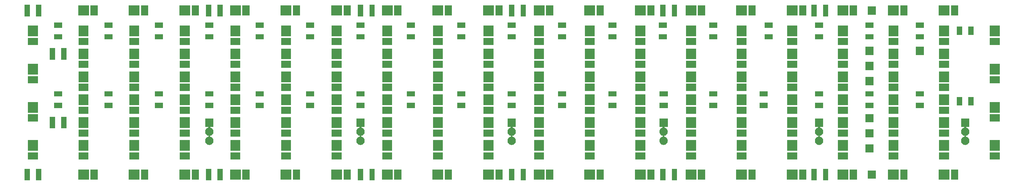
<source format=gbr>
G04 #@! TF.GenerationSoftware,KiCad,Pcbnew,5.1.3-ffb9f22~84~ubuntu18.04.1*
G04 #@! TF.CreationDate,2019-07-30T21:27:14-07:00*
G04 #@! TF.ProjectId,Blinkers,426c696e-6b65-4727-932e-6b696361645f,rev?*
G04 #@! TF.SameCoordinates,Original*
G04 #@! TF.FileFunction,Soldermask,Top*
G04 #@! TF.FilePolarity,Negative*
%FSLAX46Y46*%
G04 Gerber Fmt 4.6, Leading zero omitted, Abs format (unit mm)*
G04 Created by KiCad (PCBNEW 5.1.3-ffb9f22~84~ubuntu18.04.1) date 2019-07-30 21:27:14*
%MOMM*%
%LPD*%
G04 APERTURE LIST*
%ADD10C,0.100000*%
G04 APERTURE END LIST*
D10*
G36*
X141980000Y-127940000D02*
G01*
X140680000Y-127940000D01*
X140680000Y-125000000D01*
X141980000Y-125000000D01*
X141980000Y-127940000D01*
X141980000Y-127940000D01*
G37*
G36*
X215280000Y-127940000D02*
G01*
X213980000Y-127940000D01*
X213980000Y-125000000D01*
X215280000Y-125000000D01*
X215280000Y-127940000D01*
X215280000Y-127940000D01*
G37*
G36*
X218180000Y-127940000D02*
G01*
X216880000Y-127940000D01*
X216880000Y-125000000D01*
X218180000Y-125000000D01*
X218180000Y-127940000D01*
X218180000Y-127940000D01*
G37*
G36*
X177180000Y-127940000D02*
G01*
X175880000Y-127940000D01*
X175880000Y-125000000D01*
X177180000Y-125000000D01*
X177180000Y-127940000D01*
X177180000Y-127940000D01*
G37*
G36*
X180080000Y-127940000D02*
G01*
X178780000Y-127940000D01*
X178780000Y-125000000D01*
X180080000Y-125000000D01*
X180080000Y-127940000D01*
X180080000Y-127940000D01*
G37*
G36*
X139080000Y-127940000D02*
G01*
X137780000Y-127940000D01*
X137780000Y-125000000D01*
X139080000Y-125000000D01*
X139080000Y-127940000D01*
X139080000Y-127940000D01*
G37*
G36*
X19880000Y-127940000D02*
G01*
X18580000Y-127940000D01*
X18580000Y-125000000D01*
X19880000Y-125000000D01*
X19880000Y-127940000D01*
X19880000Y-127940000D01*
G37*
G36*
X16980000Y-127940000D02*
G01*
X15680000Y-127940000D01*
X15680000Y-125000000D01*
X16980000Y-125000000D01*
X16980000Y-127940000D01*
X16980000Y-127940000D01*
G37*
G36*
X65600000Y-127940000D02*
G01*
X64300000Y-127940000D01*
X64300000Y-125000000D01*
X65600000Y-125000000D01*
X65600000Y-127940000D01*
X65600000Y-127940000D01*
G37*
G36*
X62700000Y-127940000D02*
G01*
X61400000Y-127940000D01*
X61400000Y-125000000D01*
X62700000Y-125000000D01*
X62700000Y-127940000D01*
X62700000Y-127940000D01*
G37*
G36*
X103880000Y-127940000D02*
G01*
X102580000Y-127940000D01*
X102580000Y-125000000D01*
X103880000Y-125000000D01*
X103880000Y-127940000D01*
X103880000Y-127940000D01*
G37*
G36*
X100980000Y-127940000D02*
G01*
X99680000Y-127940000D01*
X99680000Y-125000000D01*
X100980000Y-125000000D01*
X100980000Y-127940000D01*
X100980000Y-127940000D01*
G37*
G36*
X44644000Y-127720000D02*
G01*
X41944000Y-127720000D01*
X41944000Y-125220000D01*
X44644000Y-125220000D01*
X44644000Y-127720000D01*
X44644000Y-127720000D01*
G37*
G36*
X31887000Y-127720000D02*
G01*
X29187000Y-127720000D01*
X29187000Y-125220000D01*
X31887000Y-125220000D01*
X31887000Y-127720000D01*
X31887000Y-127720000D01*
G37*
G36*
X46844000Y-127720000D02*
G01*
X45044000Y-127720000D01*
X45044000Y-125220000D01*
X46844000Y-125220000D01*
X46844000Y-127720000D01*
X46844000Y-127720000D01*
G37*
G36*
X57401000Y-127720000D02*
G01*
X54701000Y-127720000D01*
X54701000Y-125220000D01*
X57401000Y-125220000D01*
X57401000Y-127720000D01*
X57401000Y-127720000D01*
G37*
G36*
X59601000Y-127720000D02*
G01*
X57801000Y-127720000D01*
X57801000Y-125220000D01*
X59601000Y-125220000D01*
X59601000Y-127720000D01*
X59601000Y-127720000D01*
G37*
G36*
X70158000Y-127720000D02*
G01*
X67458000Y-127720000D01*
X67458000Y-125220000D01*
X70158000Y-125220000D01*
X70158000Y-127720000D01*
X70158000Y-127720000D01*
G37*
G36*
X133943000Y-127720000D02*
G01*
X131243000Y-127720000D01*
X131243000Y-125220000D01*
X133943000Y-125220000D01*
X133943000Y-127720000D01*
X133943000Y-127720000D01*
G37*
G36*
X82915000Y-127720000D02*
G01*
X80215000Y-127720000D01*
X80215000Y-125220000D01*
X82915000Y-125220000D01*
X82915000Y-127720000D01*
X82915000Y-127720000D01*
G37*
G36*
X85115000Y-127720000D02*
G01*
X83315000Y-127720000D01*
X83315000Y-125220000D01*
X85115000Y-125220000D01*
X85115000Y-127720000D01*
X85115000Y-127720000D01*
G37*
G36*
X95672000Y-127720000D02*
G01*
X92972000Y-127720000D01*
X92972000Y-125220000D01*
X95672000Y-125220000D01*
X95672000Y-127720000D01*
X95672000Y-127720000D01*
G37*
G36*
X97872000Y-127720000D02*
G01*
X96072000Y-127720000D01*
X96072000Y-125220000D01*
X97872000Y-125220000D01*
X97872000Y-127720000D01*
X97872000Y-127720000D01*
G37*
G36*
X108429000Y-127720000D02*
G01*
X105729000Y-127720000D01*
X105729000Y-125220000D01*
X108429000Y-125220000D01*
X108429000Y-127720000D01*
X108429000Y-127720000D01*
G37*
G36*
X110629000Y-127720000D02*
G01*
X108829000Y-127720000D01*
X108829000Y-125220000D01*
X110629000Y-125220000D01*
X110629000Y-127720000D01*
X110629000Y-127720000D01*
G37*
G36*
X121186000Y-127720000D02*
G01*
X118486000Y-127720000D01*
X118486000Y-125220000D01*
X121186000Y-125220000D01*
X121186000Y-127720000D01*
X121186000Y-127720000D01*
G37*
G36*
X123386000Y-127720000D02*
G01*
X121586000Y-127720000D01*
X121586000Y-125220000D01*
X123386000Y-125220000D01*
X123386000Y-127720000D01*
X123386000Y-127720000D01*
G37*
G36*
X223242000Y-127720000D02*
G01*
X220542000Y-127720000D01*
X220542000Y-125220000D01*
X223242000Y-125220000D01*
X223242000Y-127720000D01*
X223242000Y-127720000D01*
G37*
G36*
X235999000Y-127720000D02*
G01*
X233299000Y-127720000D01*
X233299000Y-125220000D01*
X235999000Y-125220000D01*
X235999000Y-127720000D01*
X235999000Y-127720000D01*
G37*
G36*
X238199000Y-127720000D02*
G01*
X236399000Y-127720000D01*
X236399000Y-125220000D01*
X238199000Y-125220000D01*
X238199000Y-127720000D01*
X238199000Y-127720000D01*
G37*
G36*
X34087000Y-127720000D02*
G01*
X32287000Y-127720000D01*
X32287000Y-125220000D01*
X34087000Y-125220000D01*
X34087000Y-127720000D01*
X34087000Y-127720000D01*
G37*
G36*
X212685000Y-127720000D02*
G01*
X210885000Y-127720000D01*
X210885000Y-125220000D01*
X212685000Y-125220000D01*
X212685000Y-127720000D01*
X212685000Y-127720000D01*
G37*
G36*
X146700000Y-127720000D02*
G01*
X144000000Y-127720000D01*
X144000000Y-125220000D01*
X146700000Y-125220000D01*
X146700000Y-127720000D01*
X146700000Y-127720000D01*
G37*
G36*
X148900000Y-127720000D02*
G01*
X147100000Y-127720000D01*
X147100000Y-125220000D01*
X148900000Y-125220000D01*
X148900000Y-127720000D01*
X148900000Y-127720000D01*
G37*
G36*
X159457000Y-127720000D02*
G01*
X156757000Y-127720000D01*
X156757000Y-125220000D01*
X159457000Y-125220000D01*
X159457000Y-127720000D01*
X159457000Y-127720000D01*
G37*
G36*
X161657000Y-127720000D02*
G01*
X159857000Y-127720000D01*
X159857000Y-125220000D01*
X161657000Y-125220000D01*
X161657000Y-127720000D01*
X161657000Y-127720000D01*
G37*
G36*
X136143000Y-127720000D02*
G01*
X134343000Y-127720000D01*
X134343000Y-125220000D01*
X136143000Y-125220000D01*
X136143000Y-127720000D01*
X136143000Y-127720000D01*
G37*
G36*
X172214000Y-127720000D02*
G01*
X169514000Y-127720000D01*
X169514000Y-125220000D01*
X172214000Y-125220000D01*
X172214000Y-127720000D01*
X172214000Y-127720000D01*
G37*
G36*
X174414000Y-127720000D02*
G01*
X172614000Y-127720000D01*
X172614000Y-125220000D01*
X174414000Y-125220000D01*
X174414000Y-127720000D01*
X174414000Y-127720000D01*
G37*
G36*
X248756000Y-127720000D02*
G01*
X246056000Y-127720000D01*
X246056000Y-125220000D01*
X248756000Y-125220000D01*
X248756000Y-127720000D01*
X248756000Y-127720000D01*
G37*
G36*
X184971000Y-127720000D02*
G01*
X182271000Y-127720000D01*
X182271000Y-125220000D01*
X184971000Y-125220000D01*
X184971000Y-127720000D01*
X184971000Y-127720000D01*
G37*
G36*
X187171000Y-127720000D02*
G01*
X185371000Y-127720000D01*
X185371000Y-125220000D01*
X187171000Y-125220000D01*
X187171000Y-127720000D01*
X187171000Y-127720000D01*
G37*
G36*
X197728000Y-127720000D02*
G01*
X195028000Y-127720000D01*
X195028000Y-125220000D01*
X197728000Y-125220000D01*
X197728000Y-127720000D01*
X197728000Y-127720000D01*
G37*
G36*
X199928000Y-127720000D02*
G01*
X198128000Y-127720000D01*
X198128000Y-125220000D01*
X199928000Y-125220000D01*
X199928000Y-127720000D01*
X199928000Y-127720000D01*
G37*
G36*
X210485000Y-127720000D02*
G01*
X207785000Y-127720000D01*
X207785000Y-125220000D01*
X210485000Y-125220000D01*
X210485000Y-127720000D01*
X210485000Y-127720000D01*
G37*
G36*
X225442000Y-127720000D02*
G01*
X223642000Y-127720000D01*
X223642000Y-125220000D01*
X225442000Y-125220000D01*
X225442000Y-127720000D01*
X225442000Y-127720000D01*
G37*
G36*
X72358000Y-127720000D02*
G01*
X70558000Y-127720000D01*
X70558000Y-125220000D01*
X72358000Y-125220000D01*
X72358000Y-127720000D01*
X72358000Y-127720000D01*
G37*
G36*
X250956000Y-127720000D02*
G01*
X249156000Y-127720000D01*
X249156000Y-125220000D01*
X250956000Y-125220000D01*
X250956000Y-127720000D01*
X250956000Y-127720000D01*
G37*
G36*
X230250000Y-127520000D02*
G01*
X228150000Y-127520000D01*
X228150000Y-125420000D01*
X230250000Y-125420000D01*
X230250000Y-127520000D01*
X230250000Y-127520000D01*
G37*
G36*
X197628000Y-122688000D02*
G01*
X195128000Y-122688000D01*
X195128000Y-120888000D01*
X197628000Y-120888000D01*
X197628000Y-122688000D01*
X197628000Y-122688000D01*
G37*
G36*
X44544000Y-122688000D02*
G01*
X42044000Y-122688000D01*
X42044000Y-120888000D01*
X44544000Y-120888000D01*
X44544000Y-122688000D01*
X44544000Y-122688000D01*
G37*
G36*
X82815000Y-122688000D02*
G01*
X80315000Y-122688000D01*
X80315000Y-120888000D01*
X82815000Y-120888000D01*
X82815000Y-122688000D01*
X82815000Y-122688000D01*
G37*
G36*
X95572000Y-122688000D02*
G01*
X93072000Y-122688000D01*
X93072000Y-120888000D01*
X95572000Y-120888000D01*
X95572000Y-122688000D01*
X95572000Y-122688000D01*
G37*
G36*
X133843000Y-122688000D02*
G01*
X131343000Y-122688000D01*
X131343000Y-120888000D01*
X133843000Y-120888000D01*
X133843000Y-122688000D01*
X133843000Y-122688000D01*
G37*
G36*
X108329000Y-122688000D02*
G01*
X105829000Y-122688000D01*
X105829000Y-120888000D01*
X108329000Y-120888000D01*
X108329000Y-122688000D01*
X108329000Y-122688000D01*
G37*
G36*
X121086000Y-122688000D02*
G01*
X118586000Y-122688000D01*
X118586000Y-120888000D01*
X121086000Y-120888000D01*
X121086000Y-122688000D01*
X121086000Y-122688000D01*
G37*
G36*
X172114000Y-122688000D02*
G01*
X169614000Y-122688000D01*
X169614000Y-120888000D01*
X172114000Y-120888000D01*
X172114000Y-122688000D01*
X172114000Y-122688000D01*
G37*
G36*
X184871000Y-122688000D02*
G01*
X182371000Y-122688000D01*
X182371000Y-120888000D01*
X184871000Y-120888000D01*
X184871000Y-122688000D01*
X184871000Y-122688000D01*
G37*
G36*
X235899000Y-122688000D02*
G01*
X233399000Y-122688000D01*
X233399000Y-120888000D01*
X235899000Y-120888000D01*
X235899000Y-122688000D01*
X235899000Y-122688000D01*
G37*
G36*
X57301000Y-122688000D02*
G01*
X54801000Y-122688000D01*
X54801000Y-120888000D01*
X57301000Y-120888000D01*
X57301000Y-122688000D01*
X57301000Y-122688000D01*
G37*
G36*
X159357000Y-122688000D02*
G01*
X156857000Y-122688000D01*
X156857000Y-120888000D01*
X159357000Y-120888000D01*
X159357000Y-122688000D01*
X159357000Y-122688000D01*
G37*
G36*
X70058000Y-122688000D02*
G01*
X67558000Y-122688000D01*
X67558000Y-120888000D01*
X70058000Y-120888000D01*
X70058000Y-122688000D01*
X70058000Y-122688000D01*
G37*
G36*
X31787000Y-122688000D02*
G01*
X29287000Y-122688000D01*
X29287000Y-120888000D01*
X31787000Y-120888000D01*
X31787000Y-122688000D01*
X31787000Y-122688000D01*
G37*
G36*
X248656000Y-122688000D02*
G01*
X246156000Y-122688000D01*
X246156000Y-120888000D01*
X248656000Y-120888000D01*
X248656000Y-122688000D01*
X248656000Y-122688000D01*
G37*
G36*
X261410000Y-122688000D02*
G01*
X258910000Y-122688000D01*
X258910000Y-120888000D01*
X261410000Y-120888000D01*
X261410000Y-122688000D01*
X261410000Y-122688000D01*
G37*
G36*
X223142000Y-122688000D02*
G01*
X220642000Y-122688000D01*
X220642000Y-120888000D01*
X223142000Y-120888000D01*
X223142000Y-122688000D01*
X223142000Y-122688000D01*
G37*
G36*
X210385000Y-122688000D02*
G01*
X207885000Y-122688000D01*
X207885000Y-120888000D01*
X210385000Y-120888000D01*
X210385000Y-122688000D01*
X210385000Y-122688000D01*
G37*
G36*
X19030000Y-122688000D02*
G01*
X16530000Y-122688000D01*
X16530000Y-120888000D01*
X19030000Y-120888000D01*
X19030000Y-122688000D01*
X19030000Y-122688000D01*
G37*
G36*
X146600000Y-122688000D02*
G01*
X144100000Y-122688000D01*
X144100000Y-120888000D01*
X146600000Y-120888000D01*
X146600000Y-122688000D01*
X146600000Y-122688000D01*
G37*
G36*
X229650000Y-120930000D02*
G01*
X227550000Y-120930000D01*
X227550000Y-118830000D01*
X229650000Y-118830000D01*
X229650000Y-120930000D01*
X229650000Y-120930000D01*
G37*
G36*
X19030000Y-120488000D02*
G01*
X16530000Y-120488000D01*
X16530000Y-117788000D01*
X19030000Y-117788000D01*
X19030000Y-120488000D01*
X19030000Y-120488000D01*
G37*
G36*
X248656000Y-120488000D02*
G01*
X246156000Y-120488000D01*
X246156000Y-117788000D01*
X248656000Y-117788000D01*
X248656000Y-120488000D01*
X248656000Y-120488000D01*
G37*
G36*
X261410000Y-120488000D02*
G01*
X258910000Y-120488000D01*
X258910000Y-117788000D01*
X261410000Y-117788000D01*
X261410000Y-120488000D01*
X261410000Y-120488000D01*
G37*
G36*
X197628000Y-120488000D02*
G01*
X195128000Y-120488000D01*
X195128000Y-117788000D01*
X197628000Y-117788000D01*
X197628000Y-120488000D01*
X197628000Y-120488000D01*
G37*
G36*
X184871000Y-120488000D02*
G01*
X182371000Y-120488000D01*
X182371000Y-117788000D01*
X184871000Y-117788000D01*
X184871000Y-120488000D01*
X184871000Y-120488000D01*
G37*
G36*
X210385000Y-120488000D02*
G01*
X207885000Y-120488000D01*
X207885000Y-117788000D01*
X210385000Y-117788000D01*
X210385000Y-120488000D01*
X210385000Y-120488000D01*
G37*
G36*
X172114000Y-120488000D02*
G01*
X169614000Y-120488000D01*
X169614000Y-117788000D01*
X172114000Y-117788000D01*
X172114000Y-120488000D01*
X172114000Y-120488000D01*
G37*
G36*
X159357000Y-120488000D02*
G01*
X156857000Y-120488000D01*
X156857000Y-117788000D01*
X159357000Y-117788000D01*
X159357000Y-120488000D01*
X159357000Y-120488000D01*
G37*
G36*
X146600000Y-120488000D02*
G01*
X144100000Y-120488000D01*
X144100000Y-117788000D01*
X146600000Y-117788000D01*
X146600000Y-120488000D01*
X146600000Y-120488000D01*
G37*
G36*
X133843000Y-120488000D02*
G01*
X131343000Y-120488000D01*
X131343000Y-117788000D01*
X133843000Y-117788000D01*
X133843000Y-120488000D01*
X133843000Y-120488000D01*
G37*
G36*
X108329000Y-120488000D02*
G01*
X105829000Y-120488000D01*
X105829000Y-117788000D01*
X108329000Y-117788000D01*
X108329000Y-120488000D01*
X108329000Y-120488000D01*
G37*
G36*
X95572000Y-120488000D02*
G01*
X93072000Y-120488000D01*
X93072000Y-117788000D01*
X95572000Y-117788000D01*
X95572000Y-120488000D01*
X95572000Y-120488000D01*
G37*
G36*
X82815000Y-120488000D02*
G01*
X80315000Y-120488000D01*
X80315000Y-117788000D01*
X82815000Y-117788000D01*
X82815000Y-120488000D01*
X82815000Y-120488000D01*
G37*
G36*
X70058000Y-120488000D02*
G01*
X67558000Y-120488000D01*
X67558000Y-117788000D01*
X70058000Y-117788000D01*
X70058000Y-120488000D01*
X70058000Y-120488000D01*
G37*
G36*
X31787000Y-120488000D02*
G01*
X29287000Y-120488000D01*
X29287000Y-117788000D01*
X31787000Y-117788000D01*
X31787000Y-120488000D01*
X31787000Y-120488000D01*
G37*
G36*
X223142000Y-120488000D02*
G01*
X220642000Y-120488000D01*
X220642000Y-117788000D01*
X223142000Y-117788000D01*
X223142000Y-120488000D01*
X223142000Y-120488000D01*
G37*
G36*
X44544000Y-120488000D02*
G01*
X42044000Y-120488000D01*
X42044000Y-117788000D01*
X44544000Y-117788000D01*
X44544000Y-120488000D01*
X44544000Y-120488000D01*
G37*
G36*
X235899000Y-120488000D02*
G01*
X233399000Y-120488000D01*
X233399000Y-117788000D01*
X235899000Y-117788000D01*
X235899000Y-120488000D01*
X235899000Y-120488000D01*
G37*
G36*
X57301000Y-120488000D02*
G01*
X54801000Y-120488000D01*
X54801000Y-117788000D01*
X57301000Y-117788000D01*
X57301000Y-120488000D01*
X57301000Y-120488000D01*
G37*
G36*
X121086000Y-120488000D02*
G01*
X118586000Y-120488000D01*
X118586000Y-117788000D01*
X121086000Y-117788000D01*
X121086000Y-120488000D01*
X121086000Y-120488000D01*
G37*
G36*
X177760000Y-114412000D02*
G01*
X177095267Y-114412000D01*
X177070881Y-114414402D01*
X177047432Y-114421515D01*
X177025821Y-114433066D01*
X177006879Y-114448611D01*
X176991334Y-114467553D01*
X176979783Y-114489164D01*
X176972670Y-114512613D01*
X176970268Y-114536999D01*
X176972670Y-114561385D01*
X176979783Y-114584834D01*
X176991334Y-114606445D01*
X177006879Y-114625387D01*
X177025821Y-114640932D01*
X177047432Y-114652483D01*
X177058977Y-114656614D01*
X177113762Y-114673233D01*
X177113764Y-114673234D01*
X177296170Y-114770732D01*
X177456055Y-114901945D01*
X177587268Y-115061830D01*
X177684766Y-115244235D01*
X177684767Y-115244238D01*
X177744807Y-115442164D01*
X177765080Y-115648000D01*
X177744807Y-115853836D01*
X177684767Y-116051762D01*
X177684766Y-116051765D01*
X177587268Y-116234170D01*
X177456055Y-116394055D01*
X177296170Y-116525268D01*
X177113765Y-116622766D01*
X177113762Y-116622767D01*
X176953489Y-116671385D01*
X176930855Y-116680761D01*
X176910481Y-116694374D01*
X176893154Y-116711701D01*
X176879540Y-116732076D01*
X176870163Y-116754714D01*
X176865382Y-116778748D01*
X176865382Y-116803252D01*
X176870162Y-116827285D01*
X176879540Y-116849924D01*
X176893153Y-116870298D01*
X176910480Y-116887625D01*
X176930855Y-116901239D01*
X176953489Y-116910615D01*
X177113762Y-116959233D01*
X177113765Y-116959234D01*
X177296170Y-117056732D01*
X177456055Y-117187945D01*
X177587268Y-117347830D01*
X177684766Y-117530235D01*
X177684767Y-117530238D01*
X177744807Y-117728164D01*
X177765080Y-117934000D01*
X177744807Y-118139836D01*
X177684767Y-118337762D01*
X177684766Y-118337765D01*
X177587268Y-118520170D01*
X177456055Y-118680055D01*
X177296170Y-118811268D01*
X177113765Y-118908766D01*
X177113762Y-118908767D01*
X176915836Y-118968807D01*
X176838707Y-118976403D01*
X176761580Y-118984000D01*
X176658420Y-118984000D01*
X176581293Y-118976403D01*
X176504164Y-118968807D01*
X176306238Y-118908767D01*
X176306235Y-118908766D01*
X176123830Y-118811268D01*
X175963945Y-118680055D01*
X175832732Y-118520170D01*
X175735234Y-118337765D01*
X175735233Y-118337762D01*
X175675193Y-118139836D01*
X175654920Y-117934000D01*
X175675193Y-117728164D01*
X175735233Y-117530238D01*
X175735234Y-117530235D01*
X175832732Y-117347830D01*
X175963945Y-117187945D01*
X176123830Y-117056732D01*
X176306235Y-116959234D01*
X176306238Y-116959233D01*
X176466511Y-116910615D01*
X176489145Y-116901239D01*
X176509519Y-116887626D01*
X176526846Y-116870299D01*
X176540460Y-116849924D01*
X176549837Y-116827286D01*
X176554618Y-116803252D01*
X176554618Y-116778748D01*
X176549838Y-116754715D01*
X176540460Y-116732076D01*
X176526847Y-116711702D01*
X176509520Y-116694375D01*
X176489145Y-116680761D01*
X176466511Y-116671385D01*
X176306238Y-116622767D01*
X176306235Y-116622766D01*
X176123830Y-116525268D01*
X175963945Y-116394055D01*
X175832732Y-116234170D01*
X175735234Y-116051765D01*
X175735233Y-116051762D01*
X175675193Y-115853836D01*
X175654920Y-115648000D01*
X175675193Y-115442164D01*
X175735233Y-115244238D01*
X175735234Y-115244235D01*
X175832732Y-115061830D01*
X175963945Y-114901945D01*
X176123830Y-114770732D01*
X176306236Y-114673234D01*
X176306238Y-114673233D01*
X176361020Y-114656615D01*
X176383657Y-114647238D01*
X176404031Y-114633625D01*
X176421358Y-114616298D01*
X176434972Y-114595923D01*
X176444350Y-114573284D01*
X176449130Y-114549251D01*
X176449130Y-114524747D01*
X176444350Y-114500714D01*
X176434972Y-114478075D01*
X176421359Y-114457701D01*
X176404032Y-114440374D01*
X176383657Y-114426760D01*
X176361018Y-114417382D01*
X176336985Y-114412602D01*
X176324733Y-114412000D01*
X175660000Y-114412000D01*
X175660000Y-112312000D01*
X177760000Y-112312000D01*
X177760000Y-114412000D01*
X177760000Y-114412000D01*
G37*
G36*
X253780000Y-114412000D02*
G01*
X253115267Y-114412000D01*
X253090881Y-114414402D01*
X253067432Y-114421515D01*
X253045821Y-114433066D01*
X253026879Y-114448611D01*
X253011334Y-114467553D01*
X252999783Y-114489164D01*
X252992670Y-114512613D01*
X252990268Y-114536999D01*
X252992670Y-114561385D01*
X252999783Y-114584834D01*
X253011334Y-114606445D01*
X253026879Y-114625387D01*
X253045821Y-114640932D01*
X253067432Y-114652483D01*
X253078977Y-114656614D01*
X253133762Y-114673233D01*
X253133764Y-114673234D01*
X253316170Y-114770732D01*
X253476055Y-114901945D01*
X253607268Y-115061830D01*
X253704766Y-115244235D01*
X253704767Y-115244238D01*
X253764807Y-115442164D01*
X253785080Y-115648000D01*
X253764807Y-115853836D01*
X253704767Y-116051762D01*
X253704766Y-116051765D01*
X253607268Y-116234170D01*
X253476055Y-116394055D01*
X253316170Y-116525268D01*
X253133765Y-116622766D01*
X253133762Y-116622767D01*
X252973489Y-116671385D01*
X252950855Y-116680761D01*
X252930481Y-116694374D01*
X252913154Y-116711701D01*
X252899540Y-116732076D01*
X252890163Y-116754714D01*
X252885382Y-116778748D01*
X252885382Y-116803252D01*
X252890162Y-116827285D01*
X252899540Y-116849924D01*
X252913153Y-116870298D01*
X252930480Y-116887625D01*
X252950855Y-116901239D01*
X252973489Y-116910615D01*
X253133762Y-116959233D01*
X253133765Y-116959234D01*
X253316170Y-117056732D01*
X253476055Y-117187945D01*
X253607268Y-117347830D01*
X253704766Y-117530235D01*
X253704767Y-117530238D01*
X253764807Y-117728164D01*
X253785080Y-117934000D01*
X253764807Y-118139836D01*
X253704767Y-118337762D01*
X253704766Y-118337765D01*
X253607268Y-118520170D01*
X253476055Y-118680055D01*
X253316170Y-118811268D01*
X253133765Y-118908766D01*
X253133762Y-118908767D01*
X252935836Y-118968807D01*
X252858707Y-118976403D01*
X252781580Y-118984000D01*
X252678420Y-118984000D01*
X252601293Y-118976403D01*
X252524164Y-118968807D01*
X252326238Y-118908767D01*
X252326235Y-118908766D01*
X252143830Y-118811268D01*
X251983945Y-118680055D01*
X251852732Y-118520170D01*
X251755234Y-118337765D01*
X251755233Y-118337762D01*
X251695193Y-118139836D01*
X251674920Y-117934000D01*
X251695193Y-117728164D01*
X251755233Y-117530238D01*
X251755234Y-117530235D01*
X251852732Y-117347830D01*
X251983945Y-117187945D01*
X252143830Y-117056732D01*
X252326235Y-116959234D01*
X252326238Y-116959233D01*
X252486511Y-116910615D01*
X252509145Y-116901239D01*
X252529519Y-116887626D01*
X252546846Y-116870299D01*
X252560460Y-116849924D01*
X252569837Y-116827286D01*
X252574618Y-116803252D01*
X252574618Y-116778748D01*
X252569838Y-116754715D01*
X252560460Y-116732076D01*
X252546847Y-116711702D01*
X252529520Y-116694375D01*
X252509145Y-116680761D01*
X252486511Y-116671385D01*
X252326238Y-116622767D01*
X252326235Y-116622766D01*
X252143830Y-116525268D01*
X251983945Y-116394055D01*
X251852732Y-116234170D01*
X251755234Y-116051765D01*
X251755233Y-116051762D01*
X251695193Y-115853836D01*
X251674920Y-115648000D01*
X251695193Y-115442164D01*
X251755233Y-115244238D01*
X251755234Y-115244235D01*
X251852732Y-115061830D01*
X251983945Y-114901945D01*
X252143830Y-114770732D01*
X252326236Y-114673234D01*
X252326238Y-114673233D01*
X252381020Y-114656615D01*
X252403657Y-114647238D01*
X252424031Y-114633625D01*
X252441358Y-114616298D01*
X252454972Y-114595923D01*
X252464350Y-114573284D01*
X252469130Y-114549251D01*
X252469130Y-114524747D01*
X252464350Y-114500714D01*
X252454972Y-114478075D01*
X252441359Y-114457701D01*
X252424032Y-114440374D01*
X252403657Y-114426760D01*
X252381018Y-114417382D01*
X252356985Y-114412602D01*
X252344733Y-114412000D01*
X251680000Y-114412000D01*
X251680000Y-112312000D01*
X253780000Y-112312000D01*
X253780000Y-114412000D01*
X253780000Y-114412000D01*
G37*
G36*
X216950000Y-114412000D02*
G01*
X216285267Y-114412000D01*
X216260881Y-114414402D01*
X216237432Y-114421515D01*
X216215821Y-114433066D01*
X216196879Y-114448611D01*
X216181334Y-114467553D01*
X216169783Y-114489164D01*
X216162670Y-114512613D01*
X216160268Y-114536999D01*
X216162670Y-114561385D01*
X216169783Y-114584834D01*
X216181334Y-114606445D01*
X216196879Y-114625387D01*
X216215821Y-114640932D01*
X216237432Y-114652483D01*
X216248977Y-114656614D01*
X216303762Y-114673233D01*
X216303764Y-114673234D01*
X216486170Y-114770732D01*
X216646055Y-114901945D01*
X216777268Y-115061830D01*
X216874766Y-115244235D01*
X216874767Y-115244238D01*
X216934807Y-115442164D01*
X216955080Y-115648000D01*
X216934807Y-115853836D01*
X216874767Y-116051762D01*
X216874766Y-116051765D01*
X216777268Y-116234170D01*
X216646055Y-116394055D01*
X216486170Y-116525268D01*
X216303765Y-116622766D01*
X216303762Y-116622767D01*
X216143489Y-116671385D01*
X216120855Y-116680761D01*
X216100481Y-116694374D01*
X216083154Y-116711701D01*
X216069540Y-116732076D01*
X216060163Y-116754714D01*
X216055382Y-116778748D01*
X216055382Y-116803252D01*
X216060162Y-116827285D01*
X216069540Y-116849924D01*
X216083153Y-116870298D01*
X216100480Y-116887625D01*
X216120855Y-116901239D01*
X216143489Y-116910615D01*
X216303762Y-116959233D01*
X216303765Y-116959234D01*
X216486170Y-117056732D01*
X216646055Y-117187945D01*
X216777268Y-117347830D01*
X216874766Y-117530235D01*
X216874767Y-117530238D01*
X216934807Y-117728164D01*
X216955080Y-117934000D01*
X216934807Y-118139836D01*
X216874767Y-118337762D01*
X216874766Y-118337765D01*
X216777268Y-118520170D01*
X216646055Y-118680055D01*
X216486170Y-118811268D01*
X216303765Y-118908766D01*
X216303762Y-118908767D01*
X216105836Y-118968807D01*
X216028707Y-118976403D01*
X215951580Y-118984000D01*
X215848420Y-118984000D01*
X215771293Y-118976403D01*
X215694164Y-118968807D01*
X215496238Y-118908767D01*
X215496235Y-118908766D01*
X215313830Y-118811268D01*
X215153945Y-118680055D01*
X215022732Y-118520170D01*
X214925234Y-118337765D01*
X214925233Y-118337762D01*
X214865193Y-118139836D01*
X214844920Y-117934000D01*
X214865193Y-117728164D01*
X214925233Y-117530238D01*
X214925234Y-117530235D01*
X215022732Y-117347830D01*
X215153945Y-117187945D01*
X215313830Y-117056732D01*
X215496235Y-116959234D01*
X215496238Y-116959233D01*
X215656511Y-116910615D01*
X215679145Y-116901239D01*
X215699519Y-116887626D01*
X215716846Y-116870299D01*
X215730460Y-116849924D01*
X215739837Y-116827286D01*
X215744618Y-116803252D01*
X215744618Y-116778748D01*
X215739838Y-116754715D01*
X215730460Y-116732076D01*
X215716847Y-116711702D01*
X215699520Y-116694375D01*
X215679145Y-116680761D01*
X215656511Y-116671385D01*
X215496238Y-116622767D01*
X215496235Y-116622766D01*
X215313830Y-116525268D01*
X215153945Y-116394055D01*
X215022732Y-116234170D01*
X214925234Y-116051765D01*
X214925233Y-116051762D01*
X214865193Y-115853836D01*
X214844920Y-115648000D01*
X214865193Y-115442164D01*
X214925233Y-115244238D01*
X214925234Y-115244235D01*
X215022732Y-115061830D01*
X215153945Y-114901945D01*
X215313830Y-114770732D01*
X215496236Y-114673234D01*
X215496238Y-114673233D01*
X215551020Y-114656615D01*
X215573657Y-114647238D01*
X215594031Y-114633625D01*
X215611358Y-114616298D01*
X215624972Y-114595923D01*
X215634350Y-114573284D01*
X215639130Y-114549251D01*
X215639130Y-114524747D01*
X215634350Y-114500714D01*
X215624972Y-114478075D01*
X215611359Y-114457701D01*
X215594032Y-114440374D01*
X215573657Y-114426760D01*
X215551018Y-114417382D01*
X215526985Y-114412602D01*
X215514733Y-114412000D01*
X214850000Y-114412000D01*
X214850000Y-112312000D01*
X216950000Y-112312000D01*
X216950000Y-114412000D01*
X216950000Y-114412000D01*
G37*
G36*
X139480000Y-114412000D02*
G01*
X138815267Y-114412000D01*
X138790881Y-114414402D01*
X138767432Y-114421515D01*
X138745821Y-114433066D01*
X138726879Y-114448611D01*
X138711334Y-114467553D01*
X138699783Y-114489164D01*
X138692670Y-114512613D01*
X138690268Y-114536999D01*
X138692670Y-114561385D01*
X138699783Y-114584834D01*
X138711334Y-114606445D01*
X138726879Y-114625387D01*
X138745821Y-114640932D01*
X138767432Y-114652483D01*
X138778977Y-114656614D01*
X138833762Y-114673233D01*
X138833764Y-114673234D01*
X139016170Y-114770732D01*
X139176055Y-114901945D01*
X139307268Y-115061830D01*
X139404766Y-115244235D01*
X139404767Y-115244238D01*
X139464807Y-115442164D01*
X139485080Y-115648000D01*
X139464807Y-115853836D01*
X139404767Y-116051762D01*
X139404766Y-116051765D01*
X139307268Y-116234170D01*
X139176055Y-116394055D01*
X139016170Y-116525268D01*
X138833765Y-116622766D01*
X138833762Y-116622767D01*
X138673489Y-116671385D01*
X138650855Y-116680761D01*
X138630481Y-116694374D01*
X138613154Y-116711701D01*
X138599540Y-116732076D01*
X138590163Y-116754714D01*
X138585382Y-116778748D01*
X138585382Y-116803252D01*
X138590162Y-116827285D01*
X138599540Y-116849924D01*
X138613153Y-116870298D01*
X138630480Y-116887625D01*
X138650855Y-116901239D01*
X138673489Y-116910615D01*
X138833762Y-116959233D01*
X138833765Y-116959234D01*
X139016170Y-117056732D01*
X139176055Y-117187945D01*
X139307268Y-117347830D01*
X139404766Y-117530235D01*
X139404767Y-117530238D01*
X139464807Y-117728164D01*
X139485080Y-117934000D01*
X139464807Y-118139836D01*
X139404767Y-118337762D01*
X139404766Y-118337765D01*
X139307268Y-118520170D01*
X139176055Y-118680055D01*
X139016170Y-118811268D01*
X138833765Y-118908766D01*
X138833762Y-118908767D01*
X138635836Y-118968807D01*
X138558707Y-118976403D01*
X138481580Y-118984000D01*
X138378420Y-118984000D01*
X138301293Y-118976403D01*
X138224164Y-118968807D01*
X138026238Y-118908767D01*
X138026235Y-118908766D01*
X137843830Y-118811268D01*
X137683945Y-118680055D01*
X137552732Y-118520170D01*
X137455234Y-118337765D01*
X137455233Y-118337762D01*
X137395193Y-118139836D01*
X137374920Y-117934000D01*
X137395193Y-117728164D01*
X137455233Y-117530238D01*
X137455234Y-117530235D01*
X137552732Y-117347830D01*
X137683945Y-117187945D01*
X137843830Y-117056732D01*
X138026235Y-116959234D01*
X138026238Y-116959233D01*
X138186511Y-116910615D01*
X138209145Y-116901239D01*
X138229519Y-116887626D01*
X138246846Y-116870299D01*
X138260460Y-116849924D01*
X138269837Y-116827286D01*
X138274618Y-116803252D01*
X138274618Y-116778748D01*
X138269838Y-116754715D01*
X138260460Y-116732076D01*
X138246847Y-116711702D01*
X138229520Y-116694375D01*
X138209145Y-116680761D01*
X138186511Y-116671385D01*
X138026238Y-116622767D01*
X138026235Y-116622766D01*
X137843830Y-116525268D01*
X137683945Y-116394055D01*
X137552732Y-116234170D01*
X137455234Y-116051765D01*
X137455233Y-116051762D01*
X137395193Y-115853836D01*
X137374920Y-115648000D01*
X137395193Y-115442164D01*
X137455233Y-115244238D01*
X137455234Y-115244235D01*
X137552732Y-115061830D01*
X137683945Y-114901945D01*
X137843830Y-114770732D01*
X138026236Y-114673234D01*
X138026238Y-114673233D01*
X138081020Y-114656615D01*
X138103657Y-114647238D01*
X138124031Y-114633625D01*
X138141358Y-114616298D01*
X138154972Y-114595923D01*
X138164350Y-114573284D01*
X138169130Y-114549251D01*
X138169130Y-114524747D01*
X138164350Y-114500714D01*
X138154972Y-114478075D01*
X138141359Y-114457701D01*
X138124032Y-114440374D01*
X138103657Y-114426760D01*
X138081018Y-114417382D01*
X138056985Y-114412602D01*
X138044733Y-114412000D01*
X137380000Y-114412000D01*
X137380000Y-112312000D01*
X139480000Y-112312000D01*
X139480000Y-114412000D01*
X139480000Y-114412000D01*
G37*
G36*
X101380000Y-114412000D02*
G01*
X100715267Y-114412000D01*
X100690881Y-114414402D01*
X100667432Y-114421515D01*
X100645821Y-114433066D01*
X100626879Y-114448611D01*
X100611334Y-114467553D01*
X100599783Y-114489164D01*
X100592670Y-114512613D01*
X100590268Y-114536999D01*
X100592670Y-114561385D01*
X100599783Y-114584834D01*
X100611334Y-114606445D01*
X100626879Y-114625387D01*
X100645821Y-114640932D01*
X100667432Y-114652483D01*
X100678977Y-114656614D01*
X100733762Y-114673233D01*
X100733764Y-114673234D01*
X100916170Y-114770732D01*
X101076055Y-114901945D01*
X101207268Y-115061830D01*
X101304766Y-115244235D01*
X101304767Y-115244238D01*
X101364807Y-115442164D01*
X101385080Y-115648000D01*
X101364807Y-115853836D01*
X101304767Y-116051762D01*
X101304766Y-116051765D01*
X101207268Y-116234170D01*
X101076055Y-116394055D01*
X100916170Y-116525268D01*
X100733765Y-116622766D01*
X100733762Y-116622767D01*
X100573489Y-116671385D01*
X100550855Y-116680761D01*
X100530481Y-116694374D01*
X100513154Y-116711701D01*
X100499540Y-116732076D01*
X100490163Y-116754714D01*
X100485382Y-116778748D01*
X100485382Y-116803252D01*
X100490162Y-116827285D01*
X100499540Y-116849924D01*
X100513153Y-116870298D01*
X100530480Y-116887625D01*
X100550855Y-116901239D01*
X100573489Y-116910615D01*
X100733762Y-116959233D01*
X100733765Y-116959234D01*
X100916170Y-117056732D01*
X101076055Y-117187945D01*
X101207268Y-117347830D01*
X101304766Y-117530235D01*
X101304767Y-117530238D01*
X101364807Y-117728164D01*
X101385080Y-117934000D01*
X101364807Y-118139836D01*
X101304767Y-118337762D01*
X101304766Y-118337765D01*
X101207268Y-118520170D01*
X101076055Y-118680055D01*
X100916170Y-118811268D01*
X100733765Y-118908766D01*
X100733762Y-118908767D01*
X100535836Y-118968807D01*
X100458707Y-118976403D01*
X100381580Y-118984000D01*
X100278420Y-118984000D01*
X100201293Y-118976403D01*
X100124164Y-118968807D01*
X99926238Y-118908767D01*
X99926235Y-118908766D01*
X99743830Y-118811268D01*
X99583945Y-118680055D01*
X99452732Y-118520170D01*
X99355234Y-118337765D01*
X99355233Y-118337762D01*
X99295193Y-118139836D01*
X99274920Y-117934000D01*
X99295193Y-117728164D01*
X99355233Y-117530238D01*
X99355234Y-117530235D01*
X99452732Y-117347830D01*
X99583945Y-117187945D01*
X99743830Y-117056732D01*
X99926235Y-116959234D01*
X99926238Y-116959233D01*
X100086511Y-116910615D01*
X100109145Y-116901239D01*
X100129519Y-116887626D01*
X100146846Y-116870299D01*
X100160460Y-116849924D01*
X100169837Y-116827286D01*
X100174618Y-116803252D01*
X100174618Y-116778748D01*
X100169838Y-116754715D01*
X100160460Y-116732076D01*
X100146847Y-116711702D01*
X100129520Y-116694375D01*
X100109145Y-116680761D01*
X100086511Y-116671385D01*
X99926238Y-116622767D01*
X99926235Y-116622766D01*
X99743830Y-116525268D01*
X99583945Y-116394055D01*
X99452732Y-116234170D01*
X99355234Y-116051765D01*
X99355233Y-116051762D01*
X99295193Y-115853836D01*
X99274920Y-115648000D01*
X99295193Y-115442164D01*
X99355233Y-115244238D01*
X99355234Y-115244235D01*
X99452732Y-115061830D01*
X99583945Y-114901945D01*
X99743830Y-114770732D01*
X99926236Y-114673234D01*
X99926238Y-114673233D01*
X99981020Y-114656615D01*
X100003657Y-114647238D01*
X100024031Y-114633625D01*
X100041358Y-114616298D01*
X100054972Y-114595923D01*
X100064350Y-114573284D01*
X100069130Y-114549251D01*
X100069130Y-114524747D01*
X100064350Y-114500714D01*
X100054972Y-114478075D01*
X100041359Y-114457701D01*
X100024032Y-114440374D01*
X100003657Y-114426760D01*
X99981018Y-114417382D01*
X99956985Y-114412602D01*
X99944733Y-114412000D01*
X99280000Y-114412000D01*
X99280000Y-112312000D01*
X101380000Y-112312000D01*
X101380000Y-114412000D01*
X101380000Y-114412000D01*
G37*
G36*
X63280000Y-114412000D02*
G01*
X62615267Y-114412000D01*
X62590881Y-114414402D01*
X62567432Y-114421515D01*
X62545821Y-114433066D01*
X62526879Y-114448611D01*
X62511334Y-114467553D01*
X62499783Y-114489164D01*
X62492670Y-114512613D01*
X62490268Y-114536999D01*
X62492670Y-114561385D01*
X62499783Y-114584834D01*
X62511334Y-114606445D01*
X62526879Y-114625387D01*
X62545821Y-114640932D01*
X62567432Y-114652483D01*
X62578977Y-114656614D01*
X62633762Y-114673233D01*
X62633764Y-114673234D01*
X62816170Y-114770732D01*
X62976055Y-114901945D01*
X63107268Y-115061830D01*
X63204766Y-115244235D01*
X63204767Y-115244238D01*
X63264807Y-115442164D01*
X63285080Y-115648000D01*
X63264807Y-115853836D01*
X63204767Y-116051762D01*
X63204766Y-116051765D01*
X63107268Y-116234170D01*
X62976055Y-116394055D01*
X62816170Y-116525268D01*
X62633765Y-116622766D01*
X62633762Y-116622767D01*
X62473489Y-116671385D01*
X62450855Y-116680761D01*
X62430481Y-116694374D01*
X62413154Y-116711701D01*
X62399540Y-116732076D01*
X62390163Y-116754714D01*
X62385382Y-116778748D01*
X62385382Y-116803252D01*
X62390162Y-116827285D01*
X62399540Y-116849924D01*
X62413153Y-116870298D01*
X62430480Y-116887625D01*
X62450855Y-116901239D01*
X62473489Y-116910615D01*
X62633762Y-116959233D01*
X62633765Y-116959234D01*
X62816170Y-117056732D01*
X62976055Y-117187945D01*
X63107268Y-117347830D01*
X63204766Y-117530235D01*
X63204767Y-117530238D01*
X63264807Y-117728164D01*
X63285080Y-117934000D01*
X63264807Y-118139836D01*
X63204767Y-118337762D01*
X63204766Y-118337765D01*
X63107268Y-118520170D01*
X62976055Y-118680055D01*
X62816170Y-118811268D01*
X62633765Y-118908766D01*
X62633762Y-118908767D01*
X62435836Y-118968807D01*
X62358707Y-118976403D01*
X62281580Y-118984000D01*
X62178420Y-118984000D01*
X62101293Y-118976403D01*
X62024164Y-118968807D01*
X61826238Y-118908767D01*
X61826235Y-118908766D01*
X61643830Y-118811268D01*
X61483945Y-118680055D01*
X61352732Y-118520170D01*
X61255234Y-118337765D01*
X61255233Y-118337762D01*
X61195193Y-118139836D01*
X61174920Y-117934000D01*
X61195193Y-117728164D01*
X61255233Y-117530238D01*
X61255234Y-117530235D01*
X61352732Y-117347830D01*
X61483945Y-117187945D01*
X61643830Y-117056732D01*
X61826235Y-116959234D01*
X61826238Y-116959233D01*
X61986511Y-116910615D01*
X62009145Y-116901239D01*
X62029519Y-116887626D01*
X62046846Y-116870299D01*
X62060460Y-116849924D01*
X62069837Y-116827286D01*
X62074618Y-116803252D01*
X62074618Y-116778748D01*
X62069838Y-116754715D01*
X62060460Y-116732076D01*
X62046847Y-116711702D01*
X62029520Y-116694375D01*
X62009145Y-116680761D01*
X61986511Y-116671385D01*
X61826238Y-116622767D01*
X61826235Y-116622766D01*
X61643830Y-116525268D01*
X61483945Y-116394055D01*
X61352732Y-116234170D01*
X61255234Y-116051765D01*
X61255233Y-116051762D01*
X61195193Y-115853836D01*
X61174920Y-115648000D01*
X61195193Y-115442164D01*
X61255233Y-115244238D01*
X61255234Y-115244235D01*
X61352732Y-115061830D01*
X61483945Y-114901945D01*
X61643830Y-114770732D01*
X61826236Y-114673234D01*
X61826238Y-114673233D01*
X61881020Y-114656615D01*
X61903657Y-114647238D01*
X61924031Y-114633625D01*
X61941358Y-114616298D01*
X61954972Y-114595923D01*
X61964350Y-114573284D01*
X61969130Y-114549251D01*
X61969130Y-114524747D01*
X61964350Y-114500714D01*
X61954972Y-114478075D01*
X61941359Y-114457701D01*
X61924032Y-114440374D01*
X61903657Y-114426760D01*
X61881018Y-114417382D01*
X61856985Y-114412602D01*
X61844733Y-114412000D01*
X61180000Y-114412000D01*
X61180000Y-112312000D01*
X63280000Y-112312000D01*
X63280000Y-114412000D01*
X63280000Y-114412000D01*
G37*
G36*
X229650000Y-117120000D02*
G01*
X227550000Y-117120000D01*
X227550000Y-115020000D01*
X229650000Y-115020000D01*
X229650000Y-117120000D01*
X229650000Y-117120000D01*
G37*
G36*
X133843000Y-116912000D02*
G01*
X131343000Y-116912000D01*
X131343000Y-115112000D01*
X133843000Y-115112000D01*
X133843000Y-116912000D01*
X133843000Y-116912000D01*
G37*
G36*
X184871000Y-116912000D02*
G01*
X182371000Y-116912000D01*
X182371000Y-115112000D01*
X184871000Y-115112000D01*
X184871000Y-116912000D01*
X184871000Y-116912000D01*
G37*
G36*
X197628000Y-116912000D02*
G01*
X195128000Y-116912000D01*
X195128000Y-115112000D01*
X197628000Y-115112000D01*
X197628000Y-116912000D01*
X197628000Y-116912000D01*
G37*
G36*
X210385000Y-116912000D02*
G01*
X207885000Y-116912000D01*
X207885000Y-115112000D01*
X210385000Y-115112000D01*
X210385000Y-116912000D01*
X210385000Y-116912000D01*
G37*
G36*
X223142000Y-116912000D02*
G01*
X220642000Y-116912000D01*
X220642000Y-115112000D01*
X223142000Y-115112000D01*
X223142000Y-116912000D01*
X223142000Y-116912000D01*
G37*
G36*
X235899000Y-116912000D02*
G01*
X233399000Y-116912000D01*
X233399000Y-115112000D01*
X235899000Y-115112000D01*
X235899000Y-116912000D01*
X235899000Y-116912000D01*
G37*
G36*
X172114000Y-116912000D02*
G01*
X169614000Y-116912000D01*
X169614000Y-115112000D01*
X172114000Y-115112000D01*
X172114000Y-116912000D01*
X172114000Y-116912000D01*
G37*
G36*
X31787000Y-116912000D02*
G01*
X29287000Y-116912000D01*
X29287000Y-115112000D01*
X31787000Y-115112000D01*
X31787000Y-116912000D01*
X31787000Y-116912000D01*
G37*
G36*
X44544000Y-116912000D02*
G01*
X42044000Y-116912000D01*
X42044000Y-115112000D01*
X44544000Y-115112000D01*
X44544000Y-116912000D01*
X44544000Y-116912000D01*
G37*
G36*
X70058000Y-116912000D02*
G01*
X67558000Y-116912000D01*
X67558000Y-115112000D01*
X70058000Y-115112000D01*
X70058000Y-116912000D01*
X70058000Y-116912000D01*
G37*
G36*
X121086000Y-116912000D02*
G01*
X118586000Y-116912000D01*
X118586000Y-115112000D01*
X121086000Y-115112000D01*
X121086000Y-116912000D01*
X121086000Y-116912000D01*
G37*
G36*
X82815000Y-116912000D02*
G01*
X80315000Y-116912000D01*
X80315000Y-115112000D01*
X82815000Y-115112000D01*
X82815000Y-116912000D01*
X82815000Y-116912000D01*
G37*
G36*
X57301000Y-116912000D02*
G01*
X54801000Y-116912000D01*
X54801000Y-115112000D01*
X57301000Y-115112000D01*
X57301000Y-116912000D01*
X57301000Y-116912000D01*
G37*
G36*
X95572000Y-116912000D02*
G01*
X93072000Y-116912000D01*
X93072000Y-115112000D01*
X95572000Y-115112000D01*
X95572000Y-116912000D01*
X95572000Y-116912000D01*
G37*
G36*
X146600000Y-116912000D02*
G01*
X144100000Y-116912000D01*
X144100000Y-115112000D01*
X146600000Y-115112000D01*
X146600000Y-116912000D01*
X146600000Y-116912000D01*
G37*
G36*
X108329000Y-116912000D02*
G01*
X105829000Y-116912000D01*
X105829000Y-115112000D01*
X108329000Y-115112000D01*
X108329000Y-116912000D01*
X108329000Y-116912000D01*
G37*
G36*
X159357000Y-116912000D02*
G01*
X156857000Y-116912000D01*
X156857000Y-115112000D01*
X159357000Y-115112000D01*
X159357000Y-116912000D01*
X159357000Y-116912000D01*
G37*
G36*
X248656000Y-116912000D02*
G01*
X246156000Y-116912000D01*
X246156000Y-115112000D01*
X248656000Y-115112000D01*
X248656000Y-116912000D01*
X248656000Y-116912000D01*
G37*
G36*
X26230000Y-114832000D02*
G01*
X24930000Y-114832000D01*
X24930000Y-111892000D01*
X26230000Y-111892000D01*
X26230000Y-114832000D01*
X26230000Y-114832000D01*
G37*
G36*
X23330000Y-114832000D02*
G01*
X22030000Y-114832000D01*
X22030000Y-111892000D01*
X23330000Y-111892000D01*
X23330000Y-114832000D01*
X23330000Y-114832000D01*
G37*
G36*
X121086000Y-114712000D02*
G01*
X118586000Y-114712000D01*
X118586000Y-112012000D01*
X121086000Y-112012000D01*
X121086000Y-114712000D01*
X121086000Y-114712000D01*
G37*
G36*
X248656000Y-114712000D02*
G01*
X246156000Y-114712000D01*
X246156000Y-112012000D01*
X248656000Y-112012000D01*
X248656000Y-114712000D01*
X248656000Y-114712000D01*
G37*
G36*
X210385000Y-114712000D02*
G01*
X207885000Y-114712000D01*
X207885000Y-112012000D01*
X210385000Y-112012000D01*
X210385000Y-114712000D01*
X210385000Y-114712000D01*
G37*
G36*
X197628000Y-114712000D02*
G01*
X195128000Y-114712000D01*
X195128000Y-112012000D01*
X197628000Y-112012000D01*
X197628000Y-114712000D01*
X197628000Y-114712000D01*
G37*
G36*
X184871000Y-114712000D02*
G01*
X182371000Y-114712000D01*
X182371000Y-112012000D01*
X184871000Y-112012000D01*
X184871000Y-114712000D01*
X184871000Y-114712000D01*
G37*
G36*
X172114000Y-114712000D02*
G01*
X169614000Y-114712000D01*
X169614000Y-112012000D01*
X172114000Y-112012000D01*
X172114000Y-114712000D01*
X172114000Y-114712000D01*
G37*
G36*
X159357000Y-114712000D02*
G01*
X156857000Y-114712000D01*
X156857000Y-112012000D01*
X159357000Y-112012000D01*
X159357000Y-114712000D01*
X159357000Y-114712000D01*
G37*
G36*
X146600000Y-114712000D02*
G01*
X144100000Y-114712000D01*
X144100000Y-112012000D01*
X146600000Y-112012000D01*
X146600000Y-114712000D01*
X146600000Y-114712000D01*
G37*
G36*
X133843000Y-114712000D02*
G01*
X131343000Y-114712000D01*
X131343000Y-112012000D01*
X133843000Y-112012000D01*
X133843000Y-114712000D01*
X133843000Y-114712000D01*
G37*
G36*
X95572000Y-114712000D02*
G01*
X93072000Y-114712000D01*
X93072000Y-112012000D01*
X95572000Y-112012000D01*
X95572000Y-114712000D01*
X95572000Y-114712000D01*
G37*
G36*
X82815000Y-114712000D02*
G01*
X80315000Y-114712000D01*
X80315000Y-112012000D01*
X82815000Y-112012000D01*
X82815000Y-114712000D01*
X82815000Y-114712000D01*
G37*
G36*
X70058000Y-114712000D02*
G01*
X67558000Y-114712000D01*
X67558000Y-112012000D01*
X70058000Y-112012000D01*
X70058000Y-114712000D01*
X70058000Y-114712000D01*
G37*
G36*
X57301000Y-114712000D02*
G01*
X54801000Y-114712000D01*
X54801000Y-112012000D01*
X57301000Y-112012000D01*
X57301000Y-114712000D01*
X57301000Y-114712000D01*
G37*
G36*
X44544000Y-114712000D02*
G01*
X42044000Y-114712000D01*
X42044000Y-112012000D01*
X44544000Y-112012000D01*
X44544000Y-114712000D01*
X44544000Y-114712000D01*
G37*
G36*
X31787000Y-114712000D02*
G01*
X29287000Y-114712000D01*
X29287000Y-112012000D01*
X31787000Y-112012000D01*
X31787000Y-114712000D01*
X31787000Y-114712000D01*
G37*
G36*
X235899000Y-114712000D02*
G01*
X233399000Y-114712000D01*
X233399000Y-112012000D01*
X235899000Y-112012000D01*
X235899000Y-114712000D01*
X235899000Y-114712000D01*
G37*
G36*
X223142000Y-114712000D02*
G01*
X220642000Y-114712000D01*
X220642000Y-112012000D01*
X223142000Y-112012000D01*
X223142000Y-114712000D01*
X223142000Y-114712000D01*
G37*
G36*
X108329000Y-114712000D02*
G01*
X105829000Y-114712000D01*
X105829000Y-112012000D01*
X108329000Y-112012000D01*
X108329000Y-114712000D01*
X108329000Y-114712000D01*
G37*
G36*
X229650000Y-113310000D02*
G01*
X227550000Y-113310000D01*
X227550000Y-111210000D01*
X229650000Y-111210000D01*
X229650000Y-113310000D01*
X229650000Y-113310000D01*
G37*
G36*
X261410000Y-113062000D02*
G01*
X258910000Y-113062000D01*
X258910000Y-111262000D01*
X261410000Y-111262000D01*
X261410000Y-113062000D01*
X261410000Y-113062000D01*
G37*
G36*
X19030000Y-113062000D02*
G01*
X16530000Y-113062000D01*
X16530000Y-111262000D01*
X19030000Y-111262000D01*
X19030000Y-113062000D01*
X19030000Y-113062000D01*
G37*
G36*
X82815000Y-111138000D02*
G01*
X80315000Y-111138000D01*
X80315000Y-109338000D01*
X82815000Y-109338000D01*
X82815000Y-111138000D01*
X82815000Y-111138000D01*
G37*
G36*
X95572000Y-111138000D02*
G01*
X93072000Y-111138000D01*
X93072000Y-109338000D01*
X95572000Y-109338000D01*
X95572000Y-111138000D01*
X95572000Y-111138000D01*
G37*
G36*
X108329000Y-111138000D02*
G01*
X105829000Y-111138000D01*
X105829000Y-109338000D01*
X108329000Y-109338000D01*
X108329000Y-111138000D01*
X108329000Y-111138000D01*
G37*
G36*
X121086000Y-111138000D02*
G01*
X118586000Y-111138000D01*
X118586000Y-109338000D01*
X121086000Y-109338000D01*
X121086000Y-111138000D01*
X121086000Y-111138000D01*
G37*
G36*
X133843000Y-111138000D02*
G01*
X131343000Y-111138000D01*
X131343000Y-109338000D01*
X133843000Y-109338000D01*
X133843000Y-111138000D01*
X133843000Y-111138000D01*
G37*
G36*
X146600000Y-111138000D02*
G01*
X144100000Y-111138000D01*
X144100000Y-109338000D01*
X146600000Y-109338000D01*
X146600000Y-111138000D01*
X146600000Y-111138000D01*
G37*
G36*
X159357000Y-111138000D02*
G01*
X156857000Y-111138000D01*
X156857000Y-109338000D01*
X159357000Y-109338000D01*
X159357000Y-111138000D01*
X159357000Y-111138000D01*
G37*
G36*
X172114000Y-111138000D02*
G01*
X169614000Y-111138000D01*
X169614000Y-109338000D01*
X172114000Y-109338000D01*
X172114000Y-111138000D01*
X172114000Y-111138000D01*
G37*
G36*
X184871000Y-111138000D02*
G01*
X182371000Y-111138000D01*
X182371000Y-109338000D01*
X184871000Y-109338000D01*
X184871000Y-111138000D01*
X184871000Y-111138000D01*
G37*
G36*
X210385000Y-111138000D02*
G01*
X207885000Y-111138000D01*
X207885000Y-109338000D01*
X210385000Y-109338000D01*
X210385000Y-111138000D01*
X210385000Y-111138000D01*
G37*
G36*
X197628000Y-111138000D02*
G01*
X195128000Y-111138000D01*
X195128000Y-109338000D01*
X197628000Y-109338000D01*
X197628000Y-111138000D01*
X197628000Y-111138000D01*
G37*
G36*
X31787000Y-111138000D02*
G01*
X29287000Y-111138000D01*
X29287000Y-109338000D01*
X31787000Y-109338000D01*
X31787000Y-111138000D01*
X31787000Y-111138000D01*
G37*
G36*
X44544000Y-111138000D02*
G01*
X42044000Y-111138000D01*
X42044000Y-109338000D01*
X44544000Y-109338000D01*
X44544000Y-111138000D01*
X44544000Y-111138000D01*
G37*
G36*
X57301000Y-111138000D02*
G01*
X54801000Y-111138000D01*
X54801000Y-109338000D01*
X57301000Y-109338000D01*
X57301000Y-111138000D01*
X57301000Y-111138000D01*
G37*
G36*
X248656000Y-111138000D02*
G01*
X246156000Y-111138000D01*
X246156000Y-109338000D01*
X248656000Y-109338000D01*
X248656000Y-111138000D01*
X248656000Y-111138000D01*
G37*
G36*
X235899000Y-111138000D02*
G01*
X233399000Y-111138000D01*
X233399000Y-109338000D01*
X235899000Y-109338000D01*
X235899000Y-111138000D01*
X235899000Y-111138000D01*
G37*
G36*
X223142000Y-111138000D02*
G01*
X220642000Y-111138000D01*
X220642000Y-109338000D01*
X223142000Y-109338000D01*
X223142000Y-111138000D01*
X223142000Y-111138000D01*
G37*
G36*
X70058000Y-111138000D02*
G01*
X67558000Y-111138000D01*
X67558000Y-109338000D01*
X70058000Y-109338000D01*
X70058000Y-111138000D01*
X70058000Y-111138000D01*
G37*
G36*
X19030000Y-110862000D02*
G01*
X16530000Y-110862000D01*
X16530000Y-108162000D01*
X19030000Y-108162000D01*
X19030000Y-110862000D01*
X19030000Y-110862000D01*
G37*
G36*
X261410000Y-110862000D02*
G01*
X258910000Y-110862000D01*
X258910000Y-108162000D01*
X261410000Y-108162000D01*
X261410000Y-110862000D01*
X261410000Y-110862000D01*
G37*
G36*
X37880000Y-109688000D02*
G01*
X35780000Y-109688000D01*
X35780000Y-108388000D01*
X37880000Y-108388000D01*
X37880000Y-109688000D01*
X37880000Y-109688000D01*
G37*
G36*
X88680000Y-109688000D02*
G01*
X86580000Y-109688000D01*
X86580000Y-108388000D01*
X88680000Y-108388000D01*
X88680000Y-109688000D01*
X88680000Y-109688000D01*
G37*
G36*
X202980000Y-109688000D02*
G01*
X200880000Y-109688000D01*
X200880000Y-108388000D01*
X202980000Y-108388000D01*
X202980000Y-109688000D01*
X202980000Y-109688000D01*
G37*
G36*
X190280000Y-109688000D02*
G01*
X188180000Y-109688000D01*
X188180000Y-108388000D01*
X190280000Y-108388000D01*
X190280000Y-109688000D01*
X190280000Y-109688000D01*
G37*
G36*
X177760000Y-109688000D02*
G01*
X175660000Y-109688000D01*
X175660000Y-108388000D01*
X177760000Y-108388000D01*
X177760000Y-109688000D01*
X177760000Y-109688000D01*
G37*
G36*
X164880000Y-109688000D02*
G01*
X162780000Y-109688000D01*
X162780000Y-108388000D01*
X164880000Y-108388000D01*
X164880000Y-109688000D01*
X164880000Y-109688000D01*
G37*
G36*
X152180000Y-109688000D02*
G01*
X150080000Y-109688000D01*
X150080000Y-108388000D01*
X152180000Y-108388000D01*
X152180000Y-109688000D01*
X152180000Y-109688000D01*
G37*
G36*
X139480000Y-109688000D02*
G01*
X137380000Y-109688000D01*
X137380000Y-108388000D01*
X139480000Y-108388000D01*
X139480000Y-109688000D01*
X139480000Y-109688000D01*
G37*
G36*
X126780000Y-109688000D02*
G01*
X124680000Y-109688000D01*
X124680000Y-108388000D01*
X126780000Y-108388000D01*
X126780000Y-109688000D01*
X126780000Y-109688000D01*
G37*
G36*
X114080000Y-109688000D02*
G01*
X111980000Y-109688000D01*
X111980000Y-108388000D01*
X114080000Y-108388000D01*
X114080000Y-109688000D01*
X114080000Y-109688000D01*
G37*
G36*
X101380000Y-109688000D02*
G01*
X99280000Y-109688000D01*
X99280000Y-108388000D01*
X101380000Y-108388000D01*
X101380000Y-109688000D01*
X101380000Y-109688000D01*
G37*
G36*
X25180000Y-109688000D02*
G01*
X23080000Y-109688000D01*
X23080000Y-108388000D01*
X25180000Y-108388000D01*
X25180000Y-109688000D01*
X25180000Y-109688000D01*
G37*
G36*
X50580000Y-109688000D02*
G01*
X48480000Y-109688000D01*
X48480000Y-108388000D01*
X50580000Y-108388000D01*
X50580000Y-109688000D01*
X50580000Y-109688000D01*
G37*
G36*
X63280000Y-109688000D02*
G01*
X61180000Y-109688000D01*
X61180000Y-108388000D01*
X63280000Y-108388000D01*
X63280000Y-109688000D01*
X63280000Y-109688000D01*
G37*
G36*
X216950000Y-109688000D02*
G01*
X214850000Y-109688000D01*
X214850000Y-108388000D01*
X216950000Y-108388000D01*
X216950000Y-109688000D01*
X216950000Y-109688000D01*
G37*
G36*
X242350000Y-109688000D02*
G01*
X240250000Y-109688000D01*
X240250000Y-108388000D01*
X242350000Y-108388000D01*
X242350000Y-109688000D01*
X242350000Y-109688000D01*
G37*
G36*
X75980000Y-109688000D02*
G01*
X73880000Y-109688000D01*
X73880000Y-108388000D01*
X75980000Y-108388000D01*
X75980000Y-109688000D01*
X75980000Y-109688000D01*
G37*
G36*
X229650000Y-109688000D02*
G01*
X227550000Y-109688000D01*
X227550000Y-108388000D01*
X229650000Y-108388000D01*
X229650000Y-109688000D01*
X229650000Y-109688000D01*
G37*
G36*
X254830000Y-109000000D02*
G01*
X253530000Y-109000000D01*
X253530000Y-106900000D01*
X254830000Y-106900000D01*
X254830000Y-109000000D01*
X254830000Y-109000000D01*
G37*
G36*
X251930000Y-109000000D02*
G01*
X250630000Y-109000000D01*
X250630000Y-106900000D01*
X251930000Y-106900000D01*
X251930000Y-109000000D01*
X251930000Y-109000000D01*
G37*
G36*
X95572000Y-108938000D02*
G01*
X93072000Y-108938000D01*
X93072000Y-106238000D01*
X95572000Y-106238000D01*
X95572000Y-108938000D01*
X95572000Y-108938000D01*
G37*
G36*
X159357000Y-108938000D02*
G01*
X156857000Y-108938000D01*
X156857000Y-106238000D01*
X159357000Y-106238000D01*
X159357000Y-108938000D01*
X159357000Y-108938000D01*
G37*
G36*
X146600000Y-108938000D02*
G01*
X144100000Y-108938000D01*
X144100000Y-106238000D01*
X146600000Y-106238000D01*
X146600000Y-108938000D01*
X146600000Y-108938000D01*
G37*
G36*
X133843000Y-108938000D02*
G01*
X131343000Y-108938000D01*
X131343000Y-106238000D01*
X133843000Y-106238000D01*
X133843000Y-108938000D01*
X133843000Y-108938000D01*
G37*
G36*
X121086000Y-108938000D02*
G01*
X118586000Y-108938000D01*
X118586000Y-106238000D01*
X121086000Y-106238000D01*
X121086000Y-108938000D01*
X121086000Y-108938000D01*
G37*
G36*
X108329000Y-108938000D02*
G01*
X105829000Y-108938000D01*
X105829000Y-106238000D01*
X108329000Y-106238000D01*
X108329000Y-108938000D01*
X108329000Y-108938000D01*
G37*
G36*
X70058000Y-108938000D02*
G01*
X67558000Y-108938000D01*
X67558000Y-106238000D01*
X70058000Y-106238000D01*
X70058000Y-108938000D01*
X70058000Y-108938000D01*
G37*
G36*
X172114000Y-108938000D02*
G01*
X169614000Y-108938000D01*
X169614000Y-106238000D01*
X172114000Y-106238000D01*
X172114000Y-108938000D01*
X172114000Y-108938000D01*
G37*
G36*
X44544000Y-108938000D02*
G01*
X42044000Y-108938000D01*
X42044000Y-106238000D01*
X44544000Y-106238000D01*
X44544000Y-108938000D01*
X44544000Y-108938000D01*
G37*
G36*
X197628000Y-108938000D02*
G01*
X195128000Y-108938000D01*
X195128000Y-106238000D01*
X197628000Y-106238000D01*
X197628000Y-108938000D01*
X197628000Y-108938000D01*
G37*
G36*
X210385000Y-108938000D02*
G01*
X207885000Y-108938000D01*
X207885000Y-106238000D01*
X210385000Y-106238000D01*
X210385000Y-108938000D01*
X210385000Y-108938000D01*
G37*
G36*
X57301000Y-108938000D02*
G01*
X54801000Y-108938000D01*
X54801000Y-106238000D01*
X57301000Y-106238000D01*
X57301000Y-108938000D01*
X57301000Y-108938000D01*
G37*
G36*
X223142000Y-108938000D02*
G01*
X220642000Y-108938000D01*
X220642000Y-106238000D01*
X223142000Y-106238000D01*
X223142000Y-108938000D01*
X223142000Y-108938000D01*
G37*
G36*
X235899000Y-108938000D02*
G01*
X233399000Y-108938000D01*
X233399000Y-106238000D01*
X235899000Y-106238000D01*
X235899000Y-108938000D01*
X235899000Y-108938000D01*
G37*
G36*
X248656000Y-108938000D02*
G01*
X246156000Y-108938000D01*
X246156000Y-106238000D01*
X248656000Y-106238000D01*
X248656000Y-108938000D01*
X248656000Y-108938000D01*
G37*
G36*
X82815000Y-108938000D02*
G01*
X80315000Y-108938000D01*
X80315000Y-106238000D01*
X82815000Y-106238000D01*
X82815000Y-108938000D01*
X82815000Y-108938000D01*
G37*
G36*
X31787000Y-108938000D02*
G01*
X29287000Y-108938000D01*
X29287000Y-106238000D01*
X31787000Y-106238000D01*
X31787000Y-108938000D01*
X31787000Y-108938000D01*
G37*
G36*
X184871000Y-108938000D02*
G01*
X182371000Y-108938000D01*
X182371000Y-106238000D01*
X184871000Y-106238000D01*
X184871000Y-108938000D01*
X184871000Y-108938000D01*
G37*
G36*
X25180000Y-106788000D02*
G01*
X23080000Y-106788000D01*
X23080000Y-105488000D01*
X25180000Y-105488000D01*
X25180000Y-106788000D01*
X25180000Y-106788000D01*
G37*
G36*
X114080000Y-106788000D02*
G01*
X111980000Y-106788000D01*
X111980000Y-105488000D01*
X114080000Y-105488000D01*
X114080000Y-106788000D01*
X114080000Y-106788000D01*
G37*
G36*
X63280000Y-106788000D02*
G01*
X61180000Y-106788000D01*
X61180000Y-105488000D01*
X63280000Y-105488000D01*
X63280000Y-106788000D01*
X63280000Y-106788000D01*
G37*
G36*
X202980000Y-106788000D02*
G01*
X200880000Y-106788000D01*
X200880000Y-105488000D01*
X202980000Y-105488000D01*
X202980000Y-106788000D01*
X202980000Y-106788000D01*
G37*
G36*
X152180000Y-106788000D02*
G01*
X150080000Y-106788000D01*
X150080000Y-105488000D01*
X152180000Y-105488000D01*
X152180000Y-106788000D01*
X152180000Y-106788000D01*
G37*
G36*
X75980000Y-106788000D02*
G01*
X73880000Y-106788000D01*
X73880000Y-105488000D01*
X75980000Y-105488000D01*
X75980000Y-106788000D01*
X75980000Y-106788000D01*
G37*
G36*
X50580000Y-106788000D02*
G01*
X48480000Y-106788000D01*
X48480000Y-105488000D01*
X50580000Y-105488000D01*
X50580000Y-106788000D01*
X50580000Y-106788000D01*
G37*
G36*
X88680000Y-106788000D02*
G01*
X86580000Y-106788000D01*
X86580000Y-105488000D01*
X88680000Y-105488000D01*
X88680000Y-106788000D01*
X88680000Y-106788000D01*
G37*
G36*
X37880000Y-106788000D02*
G01*
X35780000Y-106788000D01*
X35780000Y-105488000D01*
X37880000Y-105488000D01*
X37880000Y-106788000D01*
X37880000Y-106788000D01*
G37*
G36*
X139480000Y-106788000D02*
G01*
X137380000Y-106788000D01*
X137380000Y-105488000D01*
X139480000Y-105488000D01*
X139480000Y-106788000D01*
X139480000Y-106788000D01*
G37*
G36*
X164880000Y-106788000D02*
G01*
X162780000Y-106788000D01*
X162780000Y-105488000D01*
X164880000Y-105488000D01*
X164880000Y-106788000D01*
X164880000Y-106788000D01*
G37*
G36*
X216950000Y-106788000D02*
G01*
X214850000Y-106788000D01*
X214850000Y-105488000D01*
X216950000Y-105488000D01*
X216950000Y-106788000D01*
X216950000Y-106788000D01*
G37*
G36*
X242350000Y-106788000D02*
G01*
X240250000Y-106788000D01*
X240250000Y-105488000D01*
X242350000Y-105488000D01*
X242350000Y-106788000D01*
X242350000Y-106788000D01*
G37*
G36*
X101380000Y-106788000D02*
G01*
X99280000Y-106788000D01*
X99280000Y-105488000D01*
X101380000Y-105488000D01*
X101380000Y-106788000D01*
X101380000Y-106788000D01*
G37*
G36*
X190280000Y-106788000D02*
G01*
X188180000Y-106788000D01*
X188180000Y-105488000D01*
X190280000Y-105488000D01*
X190280000Y-106788000D01*
X190280000Y-106788000D01*
G37*
G36*
X126780000Y-106788000D02*
G01*
X124680000Y-106788000D01*
X124680000Y-105488000D01*
X126780000Y-105488000D01*
X126780000Y-106788000D01*
X126780000Y-106788000D01*
G37*
G36*
X177760000Y-106788000D02*
G01*
X175660000Y-106788000D01*
X175660000Y-105488000D01*
X177760000Y-105488000D01*
X177760000Y-106788000D01*
X177760000Y-106788000D01*
G37*
G36*
X229650000Y-106788000D02*
G01*
X227550000Y-106788000D01*
X227550000Y-105488000D01*
X229650000Y-105488000D01*
X229650000Y-106788000D01*
X229650000Y-106788000D01*
G37*
G36*
X223142000Y-105362000D02*
G01*
X220642000Y-105362000D01*
X220642000Y-103562000D01*
X223142000Y-103562000D01*
X223142000Y-105362000D01*
X223142000Y-105362000D01*
G37*
G36*
X184871000Y-105362000D02*
G01*
X182371000Y-105362000D01*
X182371000Y-103562000D01*
X184871000Y-103562000D01*
X184871000Y-105362000D01*
X184871000Y-105362000D01*
G37*
G36*
X172114000Y-105362000D02*
G01*
X169614000Y-105362000D01*
X169614000Y-103562000D01*
X172114000Y-103562000D01*
X172114000Y-105362000D01*
X172114000Y-105362000D01*
G37*
G36*
X159357000Y-105362000D02*
G01*
X156857000Y-105362000D01*
X156857000Y-103562000D01*
X159357000Y-103562000D01*
X159357000Y-105362000D01*
X159357000Y-105362000D01*
G37*
G36*
X70058000Y-105362000D02*
G01*
X67558000Y-105362000D01*
X67558000Y-103562000D01*
X70058000Y-103562000D01*
X70058000Y-105362000D01*
X70058000Y-105362000D01*
G37*
G36*
X133843000Y-105362000D02*
G01*
X131343000Y-105362000D01*
X131343000Y-103562000D01*
X133843000Y-103562000D01*
X133843000Y-105362000D01*
X133843000Y-105362000D01*
G37*
G36*
X121086000Y-105362000D02*
G01*
X118586000Y-105362000D01*
X118586000Y-103562000D01*
X121086000Y-103562000D01*
X121086000Y-105362000D01*
X121086000Y-105362000D01*
G37*
G36*
X108329000Y-105362000D02*
G01*
X105829000Y-105362000D01*
X105829000Y-103562000D01*
X108329000Y-103562000D01*
X108329000Y-105362000D01*
X108329000Y-105362000D01*
G37*
G36*
X95572000Y-105362000D02*
G01*
X93072000Y-105362000D01*
X93072000Y-103562000D01*
X95572000Y-103562000D01*
X95572000Y-105362000D01*
X95572000Y-105362000D01*
G37*
G36*
X197628000Y-105362000D02*
G01*
X195128000Y-105362000D01*
X195128000Y-103562000D01*
X197628000Y-103562000D01*
X197628000Y-105362000D01*
X197628000Y-105362000D01*
G37*
G36*
X57301000Y-105362000D02*
G01*
X54801000Y-105362000D01*
X54801000Y-103562000D01*
X57301000Y-103562000D01*
X57301000Y-105362000D01*
X57301000Y-105362000D01*
G37*
G36*
X44544000Y-105362000D02*
G01*
X42044000Y-105362000D01*
X42044000Y-103562000D01*
X44544000Y-103562000D01*
X44544000Y-105362000D01*
X44544000Y-105362000D01*
G37*
G36*
X31787000Y-105362000D02*
G01*
X29287000Y-105362000D01*
X29287000Y-103562000D01*
X31787000Y-103562000D01*
X31787000Y-105362000D01*
X31787000Y-105362000D01*
G37*
G36*
X146600000Y-105362000D02*
G01*
X144100000Y-105362000D01*
X144100000Y-103562000D01*
X146600000Y-103562000D01*
X146600000Y-105362000D01*
X146600000Y-105362000D01*
G37*
G36*
X248656000Y-105362000D02*
G01*
X246156000Y-105362000D01*
X246156000Y-103562000D01*
X248656000Y-103562000D01*
X248656000Y-105362000D01*
X248656000Y-105362000D01*
G37*
G36*
X210385000Y-105362000D02*
G01*
X207885000Y-105362000D01*
X207885000Y-103562000D01*
X210385000Y-103562000D01*
X210385000Y-105362000D01*
X210385000Y-105362000D01*
G37*
G36*
X82815000Y-105362000D02*
G01*
X80315000Y-105362000D01*
X80315000Y-103562000D01*
X82815000Y-103562000D01*
X82815000Y-105362000D01*
X82815000Y-105362000D01*
G37*
G36*
X235899000Y-105362000D02*
G01*
X233399000Y-105362000D01*
X233399000Y-103562000D01*
X235899000Y-103562000D01*
X235899000Y-105362000D01*
X235899000Y-105362000D01*
G37*
G36*
X229650000Y-103920000D02*
G01*
X227550000Y-103920000D01*
X227550000Y-101820000D01*
X229650000Y-101820000D01*
X229650000Y-103920000D01*
X229650000Y-103920000D01*
G37*
G36*
X261410000Y-103437500D02*
G01*
X258910000Y-103437500D01*
X258910000Y-101637500D01*
X261410000Y-101637500D01*
X261410000Y-103437500D01*
X261410000Y-103437500D01*
G37*
G36*
X19030000Y-103437500D02*
G01*
X16530000Y-103437500D01*
X16530000Y-101637500D01*
X19030000Y-101637500D01*
X19030000Y-103437500D01*
X19030000Y-103437500D01*
G37*
G36*
X121086000Y-103162000D02*
G01*
X118586000Y-103162000D01*
X118586000Y-100462000D01*
X121086000Y-100462000D01*
X121086000Y-103162000D01*
X121086000Y-103162000D01*
G37*
G36*
X223142000Y-103162000D02*
G01*
X220642000Y-103162000D01*
X220642000Y-100462000D01*
X223142000Y-100462000D01*
X223142000Y-103162000D01*
X223142000Y-103162000D01*
G37*
G36*
X31787000Y-103162000D02*
G01*
X29287000Y-103162000D01*
X29287000Y-100462000D01*
X31787000Y-100462000D01*
X31787000Y-103162000D01*
X31787000Y-103162000D01*
G37*
G36*
X248656000Y-103162000D02*
G01*
X246156000Y-103162000D01*
X246156000Y-100462000D01*
X248656000Y-100462000D01*
X248656000Y-103162000D01*
X248656000Y-103162000D01*
G37*
G36*
X197628000Y-103162000D02*
G01*
X195128000Y-103162000D01*
X195128000Y-100462000D01*
X197628000Y-100462000D01*
X197628000Y-103162000D01*
X197628000Y-103162000D01*
G37*
G36*
X44544000Y-103162000D02*
G01*
X42044000Y-103162000D01*
X42044000Y-100462000D01*
X44544000Y-100462000D01*
X44544000Y-103162000D01*
X44544000Y-103162000D01*
G37*
G36*
X57301000Y-103162000D02*
G01*
X54801000Y-103162000D01*
X54801000Y-100462000D01*
X57301000Y-100462000D01*
X57301000Y-103162000D01*
X57301000Y-103162000D01*
G37*
G36*
X184871000Y-103162000D02*
G01*
X182371000Y-103162000D01*
X182371000Y-100462000D01*
X184871000Y-100462000D01*
X184871000Y-103162000D01*
X184871000Y-103162000D01*
G37*
G36*
X172114000Y-103162000D02*
G01*
X169614000Y-103162000D01*
X169614000Y-100462000D01*
X172114000Y-100462000D01*
X172114000Y-103162000D01*
X172114000Y-103162000D01*
G37*
G36*
X70058000Y-103162000D02*
G01*
X67558000Y-103162000D01*
X67558000Y-100462000D01*
X70058000Y-100462000D01*
X70058000Y-103162000D01*
X70058000Y-103162000D01*
G37*
G36*
X235899000Y-103162000D02*
G01*
X233399000Y-103162000D01*
X233399000Y-100462000D01*
X235899000Y-100462000D01*
X235899000Y-103162000D01*
X235899000Y-103162000D01*
G37*
G36*
X159357000Y-103162000D02*
G01*
X156857000Y-103162000D01*
X156857000Y-100462000D01*
X159357000Y-100462000D01*
X159357000Y-103162000D01*
X159357000Y-103162000D01*
G37*
G36*
X210385000Y-103162000D02*
G01*
X207885000Y-103162000D01*
X207885000Y-100462000D01*
X210385000Y-100462000D01*
X210385000Y-103162000D01*
X210385000Y-103162000D01*
G37*
G36*
X146600000Y-103162000D02*
G01*
X144100000Y-103162000D01*
X144100000Y-100462000D01*
X146600000Y-100462000D01*
X146600000Y-103162000D01*
X146600000Y-103162000D01*
G37*
G36*
X95572000Y-103162000D02*
G01*
X93072000Y-103162000D01*
X93072000Y-100462000D01*
X95572000Y-100462000D01*
X95572000Y-103162000D01*
X95572000Y-103162000D01*
G37*
G36*
X108329000Y-103162000D02*
G01*
X105829000Y-103162000D01*
X105829000Y-100462000D01*
X108329000Y-100462000D01*
X108329000Y-103162000D01*
X108329000Y-103162000D01*
G37*
G36*
X133843000Y-103162000D02*
G01*
X131343000Y-103162000D01*
X131343000Y-100462000D01*
X133843000Y-100462000D01*
X133843000Y-103162000D01*
X133843000Y-103162000D01*
G37*
G36*
X82815000Y-103162000D02*
G01*
X80315000Y-103162000D01*
X80315000Y-100462000D01*
X82815000Y-100462000D01*
X82815000Y-103162000D01*
X82815000Y-103162000D01*
G37*
G36*
X19030000Y-101237500D02*
G01*
X16530000Y-101237500D01*
X16530000Y-98537500D01*
X19030000Y-98537500D01*
X19030000Y-101237500D01*
X19030000Y-101237500D01*
G37*
G36*
X261410000Y-101237500D02*
G01*
X258910000Y-101237500D01*
X258910000Y-98537500D01*
X261410000Y-98537500D01*
X261410000Y-101237500D01*
X261410000Y-101237500D01*
G37*
G36*
X229650000Y-100110000D02*
G01*
X227550000Y-100110000D01*
X227550000Y-98010000D01*
X229650000Y-98010000D01*
X229650000Y-100110000D01*
X229650000Y-100110000D01*
G37*
G36*
X184871000Y-99587500D02*
G01*
X182371000Y-99587500D01*
X182371000Y-97787500D01*
X184871000Y-97787500D01*
X184871000Y-99587500D01*
X184871000Y-99587500D01*
G37*
G36*
X57301000Y-99587500D02*
G01*
X54801000Y-99587500D01*
X54801000Y-97787500D01*
X57301000Y-97787500D01*
X57301000Y-99587500D01*
X57301000Y-99587500D01*
G37*
G36*
X146600000Y-99587500D02*
G01*
X144100000Y-99587500D01*
X144100000Y-97787500D01*
X146600000Y-97787500D01*
X146600000Y-99587500D01*
X146600000Y-99587500D01*
G37*
G36*
X159357000Y-99587500D02*
G01*
X156857000Y-99587500D01*
X156857000Y-97787500D01*
X159357000Y-97787500D01*
X159357000Y-99587500D01*
X159357000Y-99587500D01*
G37*
G36*
X172114000Y-99587500D02*
G01*
X169614000Y-99587500D01*
X169614000Y-97787500D01*
X172114000Y-97787500D01*
X172114000Y-99587500D01*
X172114000Y-99587500D01*
G37*
G36*
X133843000Y-99587500D02*
G01*
X131343000Y-99587500D01*
X131343000Y-97787500D01*
X133843000Y-97787500D01*
X133843000Y-99587500D01*
X133843000Y-99587500D01*
G37*
G36*
X95572000Y-99587500D02*
G01*
X93072000Y-99587500D01*
X93072000Y-97787500D01*
X95572000Y-97787500D01*
X95572000Y-99587500D01*
X95572000Y-99587500D01*
G37*
G36*
X108329000Y-99587500D02*
G01*
X105829000Y-99587500D01*
X105829000Y-97787500D01*
X108329000Y-97787500D01*
X108329000Y-99587500D01*
X108329000Y-99587500D01*
G37*
G36*
X31787000Y-99587500D02*
G01*
X29287000Y-99587500D01*
X29287000Y-97787500D01*
X31787000Y-97787500D01*
X31787000Y-99587500D01*
X31787000Y-99587500D01*
G37*
G36*
X44544000Y-99587500D02*
G01*
X42044000Y-99587500D01*
X42044000Y-97787500D01*
X44544000Y-97787500D01*
X44544000Y-99587500D01*
X44544000Y-99587500D01*
G37*
G36*
X82815000Y-99587500D02*
G01*
X80315000Y-99587500D01*
X80315000Y-97787500D01*
X82815000Y-97787500D01*
X82815000Y-99587500D01*
X82815000Y-99587500D01*
G37*
G36*
X70058000Y-99587500D02*
G01*
X67558000Y-99587500D01*
X67558000Y-97787500D01*
X70058000Y-97787500D01*
X70058000Y-99587500D01*
X70058000Y-99587500D01*
G37*
G36*
X248656000Y-99587500D02*
G01*
X246156000Y-99587500D01*
X246156000Y-97787500D01*
X248656000Y-97787500D01*
X248656000Y-99587500D01*
X248656000Y-99587500D01*
G37*
G36*
X235899000Y-99587500D02*
G01*
X233399000Y-99587500D01*
X233399000Y-97787500D01*
X235899000Y-97787500D01*
X235899000Y-99587500D01*
X235899000Y-99587500D01*
G37*
G36*
X223142000Y-99587500D02*
G01*
X220642000Y-99587500D01*
X220642000Y-97787500D01*
X223142000Y-97787500D01*
X223142000Y-99587500D01*
X223142000Y-99587500D01*
G37*
G36*
X210385000Y-99587500D02*
G01*
X207885000Y-99587500D01*
X207885000Y-97787500D01*
X210385000Y-97787500D01*
X210385000Y-99587500D01*
X210385000Y-99587500D01*
G37*
G36*
X197628000Y-99587500D02*
G01*
X195128000Y-99587500D01*
X195128000Y-97787500D01*
X197628000Y-97787500D01*
X197628000Y-99587500D01*
X197628000Y-99587500D01*
G37*
G36*
X121086000Y-99587500D02*
G01*
X118586000Y-99587500D01*
X118586000Y-97787500D01*
X121086000Y-97787500D01*
X121086000Y-99587500D01*
X121086000Y-99587500D01*
G37*
G36*
X26230000Y-97507500D02*
G01*
X24930000Y-97507500D01*
X24930000Y-94567500D01*
X26230000Y-94567500D01*
X26230000Y-97507500D01*
X26230000Y-97507500D01*
G37*
G36*
X23330000Y-97507500D02*
G01*
X22030000Y-97507500D01*
X22030000Y-94567500D01*
X23330000Y-94567500D01*
X23330000Y-97507500D01*
X23330000Y-97507500D01*
G37*
G36*
X197628000Y-97387500D02*
G01*
X195128000Y-97387500D01*
X195128000Y-94687500D01*
X197628000Y-94687500D01*
X197628000Y-97387500D01*
X197628000Y-97387500D01*
G37*
G36*
X210385000Y-97387500D02*
G01*
X207885000Y-97387500D01*
X207885000Y-94687500D01*
X210385000Y-94687500D01*
X210385000Y-97387500D01*
X210385000Y-97387500D01*
G37*
G36*
X44544000Y-97387500D02*
G01*
X42044000Y-97387500D01*
X42044000Y-94687500D01*
X44544000Y-94687500D01*
X44544000Y-97387500D01*
X44544000Y-97387500D01*
G37*
G36*
X223142000Y-97387500D02*
G01*
X220642000Y-97387500D01*
X220642000Y-94687500D01*
X223142000Y-94687500D01*
X223142000Y-97387500D01*
X223142000Y-97387500D01*
G37*
G36*
X133843000Y-97387500D02*
G01*
X131343000Y-97387500D01*
X131343000Y-94687500D01*
X133843000Y-94687500D01*
X133843000Y-97387500D01*
X133843000Y-97387500D01*
G37*
G36*
X57301000Y-97387500D02*
G01*
X54801000Y-97387500D01*
X54801000Y-94687500D01*
X57301000Y-94687500D01*
X57301000Y-97387500D01*
X57301000Y-97387500D01*
G37*
G36*
X235899000Y-97387500D02*
G01*
X233399000Y-97387500D01*
X233399000Y-94687500D01*
X235899000Y-94687500D01*
X235899000Y-97387500D01*
X235899000Y-97387500D01*
G37*
G36*
X184871000Y-97387500D02*
G01*
X182371000Y-97387500D01*
X182371000Y-94687500D01*
X184871000Y-94687500D01*
X184871000Y-97387500D01*
X184871000Y-97387500D01*
G37*
G36*
X172114000Y-97387500D02*
G01*
X169614000Y-97387500D01*
X169614000Y-94687500D01*
X172114000Y-94687500D01*
X172114000Y-97387500D01*
X172114000Y-97387500D01*
G37*
G36*
X159357000Y-97387500D02*
G01*
X156857000Y-97387500D01*
X156857000Y-94687500D01*
X159357000Y-94687500D01*
X159357000Y-97387500D01*
X159357000Y-97387500D01*
G37*
G36*
X108329000Y-97387500D02*
G01*
X105829000Y-97387500D01*
X105829000Y-94687500D01*
X108329000Y-94687500D01*
X108329000Y-97387500D01*
X108329000Y-97387500D01*
G37*
G36*
X121086000Y-97387500D02*
G01*
X118586000Y-97387500D01*
X118586000Y-94687500D01*
X121086000Y-94687500D01*
X121086000Y-97387500D01*
X121086000Y-97387500D01*
G37*
G36*
X70058000Y-97387500D02*
G01*
X67558000Y-97387500D01*
X67558000Y-94687500D01*
X70058000Y-94687500D01*
X70058000Y-97387500D01*
X70058000Y-97387500D01*
G37*
G36*
X146600000Y-97387500D02*
G01*
X144100000Y-97387500D01*
X144100000Y-94687500D01*
X146600000Y-94687500D01*
X146600000Y-97387500D01*
X146600000Y-97387500D01*
G37*
G36*
X95572000Y-97387500D02*
G01*
X93072000Y-97387500D01*
X93072000Y-94687500D01*
X95572000Y-94687500D01*
X95572000Y-97387500D01*
X95572000Y-97387500D01*
G37*
G36*
X31787000Y-97387500D02*
G01*
X29287000Y-97387500D01*
X29287000Y-94687500D01*
X31787000Y-94687500D01*
X31787000Y-97387500D01*
X31787000Y-97387500D01*
G37*
G36*
X82815000Y-97387500D02*
G01*
X80315000Y-97387500D01*
X80315000Y-94687500D01*
X82815000Y-94687500D01*
X82815000Y-97387500D01*
X82815000Y-97387500D01*
G37*
G36*
X248656000Y-97387500D02*
G01*
X246156000Y-97387500D01*
X246156000Y-94687500D01*
X248656000Y-94687500D01*
X248656000Y-97387500D01*
X248656000Y-97387500D01*
G37*
G36*
X229650000Y-96300000D02*
G01*
X227550000Y-96300000D01*
X227550000Y-94200000D01*
X229650000Y-94200000D01*
X229650000Y-96300000D01*
X229650000Y-96300000D01*
G37*
G36*
X242350000Y-96300000D02*
G01*
X240250000Y-96300000D01*
X240250000Y-94200000D01*
X242350000Y-94200000D01*
X242350000Y-96300000D01*
X242350000Y-96300000D01*
G37*
G36*
X121086000Y-93812500D02*
G01*
X118586000Y-93812500D01*
X118586000Y-92012500D01*
X121086000Y-92012500D01*
X121086000Y-93812500D01*
X121086000Y-93812500D01*
G37*
G36*
X133843000Y-93812500D02*
G01*
X131343000Y-93812500D01*
X131343000Y-92012500D01*
X133843000Y-92012500D01*
X133843000Y-93812500D01*
X133843000Y-93812500D01*
G37*
G36*
X95572000Y-93812500D02*
G01*
X93072000Y-93812500D01*
X93072000Y-92012500D01*
X95572000Y-92012500D01*
X95572000Y-93812500D01*
X95572000Y-93812500D01*
G37*
G36*
X261410000Y-93812500D02*
G01*
X258910000Y-93812500D01*
X258910000Y-92012500D01*
X261410000Y-92012500D01*
X261410000Y-93812500D01*
X261410000Y-93812500D01*
G37*
G36*
X82815000Y-93812500D02*
G01*
X80315000Y-93812500D01*
X80315000Y-92012500D01*
X82815000Y-92012500D01*
X82815000Y-93812500D01*
X82815000Y-93812500D01*
G37*
G36*
X31787000Y-93812500D02*
G01*
X29287000Y-93812500D01*
X29287000Y-92012500D01*
X31787000Y-92012500D01*
X31787000Y-93812500D01*
X31787000Y-93812500D01*
G37*
G36*
X235899000Y-93812500D02*
G01*
X233399000Y-93812500D01*
X233399000Y-92012500D01*
X235899000Y-92012500D01*
X235899000Y-93812500D01*
X235899000Y-93812500D01*
G37*
G36*
X19030000Y-93812500D02*
G01*
X16530000Y-93812500D01*
X16530000Y-92012500D01*
X19030000Y-92012500D01*
X19030000Y-93812500D01*
X19030000Y-93812500D01*
G37*
G36*
X44544000Y-93812500D02*
G01*
X42044000Y-93812500D01*
X42044000Y-92012500D01*
X44544000Y-92012500D01*
X44544000Y-93812500D01*
X44544000Y-93812500D01*
G37*
G36*
X223142000Y-93812500D02*
G01*
X220642000Y-93812500D01*
X220642000Y-92012500D01*
X223142000Y-92012500D01*
X223142000Y-93812500D01*
X223142000Y-93812500D01*
G37*
G36*
X210385000Y-93812500D02*
G01*
X207885000Y-93812500D01*
X207885000Y-92012500D01*
X210385000Y-92012500D01*
X210385000Y-93812500D01*
X210385000Y-93812500D01*
G37*
G36*
X108329000Y-93812500D02*
G01*
X105829000Y-93812500D01*
X105829000Y-92012500D01*
X108329000Y-92012500D01*
X108329000Y-93812500D01*
X108329000Y-93812500D01*
G37*
G36*
X146600000Y-93812500D02*
G01*
X144100000Y-93812500D01*
X144100000Y-92012500D01*
X146600000Y-92012500D01*
X146600000Y-93812500D01*
X146600000Y-93812500D01*
G37*
G36*
X184871000Y-93812500D02*
G01*
X182371000Y-93812500D01*
X182371000Y-92012500D01*
X184871000Y-92012500D01*
X184871000Y-93812500D01*
X184871000Y-93812500D01*
G37*
G36*
X57301000Y-93812500D02*
G01*
X54801000Y-93812500D01*
X54801000Y-92012500D01*
X57301000Y-92012500D01*
X57301000Y-93812500D01*
X57301000Y-93812500D01*
G37*
G36*
X172114000Y-93812500D02*
G01*
X169614000Y-93812500D01*
X169614000Y-92012500D01*
X172114000Y-92012500D01*
X172114000Y-93812500D01*
X172114000Y-93812500D01*
G37*
G36*
X248656000Y-93812500D02*
G01*
X246156000Y-93812500D01*
X246156000Y-92012500D01*
X248656000Y-92012500D01*
X248656000Y-93812500D01*
X248656000Y-93812500D01*
G37*
G36*
X70058000Y-93812500D02*
G01*
X67558000Y-93812500D01*
X67558000Y-92012500D01*
X70058000Y-92012500D01*
X70058000Y-93812500D01*
X70058000Y-93812500D01*
G37*
G36*
X197628000Y-93812500D02*
G01*
X195128000Y-93812500D01*
X195128000Y-92012500D01*
X197628000Y-92012500D01*
X197628000Y-93812500D01*
X197628000Y-93812500D01*
G37*
G36*
X159357000Y-93812500D02*
G01*
X156857000Y-93812500D01*
X156857000Y-92012500D01*
X159357000Y-92012500D01*
X159357000Y-93812500D01*
X159357000Y-93812500D01*
G37*
G36*
X101380000Y-92362500D02*
G01*
X99280000Y-92362500D01*
X99280000Y-91062500D01*
X101380000Y-91062500D01*
X101380000Y-92362500D01*
X101380000Y-92362500D01*
G37*
G36*
X164880000Y-92362500D02*
G01*
X162780000Y-92362500D01*
X162780000Y-91062500D01*
X164880000Y-91062500D01*
X164880000Y-92362500D01*
X164880000Y-92362500D01*
G37*
G36*
X152180000Y-92362500D02*
G01*
X150080000Y-92362500D01*
X150080000Y-91062500D01*
X152180000Y-91062500D01*
X152180000Y-92362500D01*
X152180000Y-92362500D01*
G37*
G36*
X242350000Y-92362500D02*
G01*
X240250000Y-92362500D01*
X240250000Y-91062500D01*
X242350000Y-91062500D01*
X242350000Y-92362500D01*
X242350000Y-92362500D01*
G37*
G36*
X126780000Y-92362500D02*
G01*
X124680000Y-92362500D01*
X124680000Y-91062500D01*
X126780000Y-91062500D01*
X126780000Y-92362500D01*
X126780000Y-92362500D01*
G37*
G36*
X114080000Y-92362500D02*
G01*
X111980000Y-92362500D01*
X111980000Y-91062500D01*
X114080000Y-91062500D01*
X114080000Y-92362500D01*
X114080000Y-92362500D01*
G37*
G36*
X88680000Y-92362500D02*
G01*
X86580000Y-92362500D01*
X86580000Y-91062500D01*
X88680000Y-91062500D01*
X88680000Y-92362500D01*
X88680000Y-92362500D01*
G37*
G36*
X63280000Y-92362500D02*
G01*
X61180000Y-92362500D01*
X61180000Y-91062500D01*
X63280000Y-91062500D01*
X63280000Y-92362500D01*
X63280000Y-92362500D01*
G37*
G36*
X50580000Y-92362500D02*
G01*
X48480000Y-92362500D01*
X48480000Y-91062500D01*
X50580000Y-91062500D01*
X50580000Y-92362500D01*
X50580000Y-92362500D01*
G37*
G36*
X25180000Y-92362500D02*
G01*
X23080000Y-92362500D01*
X23080000Y-91062500D01*
X25180000Y-91062500D01*
X25180000Y-92362500D01*
X25180000Y-92362500D01*
G37*
G36*
X139480000Y-92362500D02*
G01*
X137380000Y-92362500D01*
X137380000Y-91062500D01*
X139480000Y-91062500D01*
X139480000Y-92362500D01*
X139480000Y-92362500D01*
G37*
G36*
X37880000Y-92362500D02*
G01*
X35780000Y-92362500D01*
X35780000Y-91062500D01*
X37880000Y-91062500D01*
X37880000Y-92362500D01*
X37880000Y-92362500D01*
G37*
G36*
X229650000Y-92362500D02*
G01*
X227550000Y-92362500D01*
X227550000Y-91062500D01*
X229650000Y-91062500D01*
X229650000Y-92362500D01*
X229650000Y-92362500D01*
G37*
G36*
X204250000Y-92362500D02*
G01*
X202150000Y-92362500D01*
X202150000Y-91062500D01*
X204250000Y-91062500D01*
X204250000Y-92362500D01*
X204250000Y-92362500D01*
G37*
G36*
X177580000Y-92362500D02*
G01*
X175480000Y-92362500D01*
X175480000Y-91062500D01*
X177580000Y-91062500D01*
X177580000Y-92362500D01*
X177580000Y-92362500D01*
G37*
G36*
X75980000Y-92362500D02*
G01*
X73880000Y-92362500D01*
X73880000Y-91062500D01*
X75980000Y-91062500D01*
X75980000Y-92362500D01*
X75980000Y-92362500D01*
G37*
G36*
X190280000Y-92362500D02*
G01*
X188180000Y-92362500D01*
X188180000Y-91062500D01*
X190280000Y-91062500D01*
X190280000Y-92362500D01*
X190280000Y-92362500D01*
G37*
G36*
X216950000Y-92362500D02*
G01*
X214850000Y-92362500D01*
X214850000Y-91062500D01*
X216950000Y-91062500D01*
X216950000Y-92362500D01*
X216950000Y-92362500D01*
G37*
G36*
X121086000Y-91612500D02*
G01*
X118586000Y-91612500D01*
X118586000Y-88912500D01*
X121086000Y-88912500D01*
X121086000Y-91612500D01*
X121086000Y-91612500D01*
G37*
G36*
X108329000Y-91612500D02*
G01*
X105829000Y-91612500D01*
X105829000Y-88912500D01*
X108329000Y-88912500D01*
X108329000Y-91612500D01*
X108329000Y-91612500D01*
G37*
G36*
X95572000Y-91612500D02*
G01*
X93072000Y-91612500D01*
X93072000Y-88912500D01*
X95572000Y-88912500D01*
X95572000Y-91612500D01*
X95572000Y-91612500D01*
G37*
G36*
X82815000Y-91612500D02*
G01*
X80315000Y-91612500D01*
X80315000Y-88912500D01*
X82815000Y-88912500D01*
X82815000Y-91612500D01*
X82815000Y-91612500D01*
G37*
G36*
X70058000Y-91612500D02*
G01*
X67558000Y-91612500D01*
X67558000Y-88912500D01*
X70058000Y-88912500D01*
X70058000Y-91612500D01*
X70058000Y-91612500D01*
G37*
G36*
X57301000Y-91612500D02*
G01*
X54801000Y-91612500D01*
X54801000Y-88912500D01*
X57301000Y-88912500D01*
X57301000Y-91612500D01*
X57301000Y-91612500D01*
G37*
G36*
X44544000Y-91612500D02*
G01*
X42044000Y-91612500D01*
X42044000Y-88912500D01*
X44544000Y-88912500D01*
X44544000Y-91612500D01*
X44544000Y-91612500D01*
G37*
G36*
X31787000Y-91612500D02*
G01*
X29287000Y-91612500D01*
X29287000Y-88912500D01*
X31787000Y-88912500D01*
X31787000Y-91612500D01*
X31787000Y-91612500D01*
G37*
G36*
X261410000Y-91612500D02*
G01*
X258910000Y-91612500D01*
X258910000Y-88912500D01*
X261410000Y-88912500D01*
X261410000Y-91612500D01*
X261410000Y-91612500D01*
G37*
G36*
X210385000Y-91612500D02*
G01*
X207885000Y-91612500D01*
X207885000Y-88912500D01*
X210385000Y-88912500D01*
X210385000Y-91612500D01*
X210385000Y-91612500D01*
G37*
G36*
X146600000Y-91612500D02*
G01*
X144100000Y-91612500D01*
X144100000Y-88912500D01*
X146600000Y-88912500D01*
X146600000Y-91612500D01*
X146600000Y-91612500D01*
G37*
G36*
X159357000Y-91612500D02*
G01*
X156857000Y-91612500D01*
X156857000Y-88912500D01*
X159357000Y-88912500D01*
X159357000Y-91612500D01*
X159357000Y-91612500D01*
G37*
G36*
X172114000Y-91612500D02*
G01*
X169614000Y-91612500D01*
X169614000Y-88912500D01*
X172114000Y-88912500D01*
X172114000Y-91612500D01*
X172114000Y-91612500D01*
G37*
G36*
X184871000Y-91612500D02*
G01*
X182371000Y-91612500D01*
X182371000Y-88912500D01*
X184871000Y-88912500D01*
X184871000Y-91612500D01*
X184871000Y-91612500D01*
G37*
G36*
X197628000Y-91612500D02*
G01*
X195128000Y-91612500D01*
X195128000Y-88912500D01*
X197628000Y-88912500D01*
X197628000Y-91612500D01*
X197628000Y-91612500D01*
G37*
G36*
X223142000Y-91612500D02*
G01*
X220642000Y-91612500D01*
X220642000Y-88912500D01*
X223142000Y-88912500D01*
X223142000Y-91612500D01*
X223142000Y-91612500D01*
G37*
G36*
X248656000Y-91612500D02*
G01*
X246156000Y-91612500D01*
X246156000Y-88912500D01*
X248656000Y-88912500D01*
X248656000Y-91612500D01*
X248656000Y-91612500D01*
G37*
G36*
X235899000Y-91612500D02*
G01*
X233399000Y-91612500D01*
X233399000Y-88912500D01*
X235899000Y-88912500D01*
X235899000Y-91612500D01*
X235899000Y-91612500D01*
G37*
G36*
X19030000Y-91612500D02*
G01*
X16530000Y-91612500D01*
X16530000Y-88912500D01*
X19030000Y-88912500D01*
X19030000Y-91612500D01*
X19030000Y-91612500D01*
G37*
G36*
X133843000Y-91612500D02*
G01*
X131343000Y-91612500D01*
X131343000Y-88912500D01*
X133843000Y-88912500D01*
X133843000Y-91612500D01*
X133843000Y-91612500D01*
G37*
G36*
X251930000Y-91220000D02*
G01*
X250630000Y-91220000D01*
X250630000Y-89120000D01*
X251930000Y-89120000D01*
X251930000Y-91220000D01*
X251930000Y-91220000D01*
G37*
G36*
X254830000Y-91220000D02*
G01*
X253530000Y-91220000D01*
X253530000Y-89120000D01*
X254830000Y-89120000D01*
X254830000Y-91220000D01*
X254830000Y-91220000D01*
G37*
G36*
X204250000Y-89462500D02*
G01*
X202150000Y-89462500D01*
X202150000Y-88162500D01*
X204250000Y-88162500D01*
X204250000Y-89462500D01*
X204250000Y-89462500D01*
G37*
G36*
X190280000Y-89462500D02*
G01*
X188180000Y-89462500D01*
X188180000Y-88162500D01*
X190280000Y-88162500D01*
X190280000Y-89462500D01*
X190280000Y-89462500D01*
G37*
G36*
X177580000Y-89462500D02*
G01*
X175480000Y-89462500D01*
X175480000Y-88162500D01*
X177580000Y-88162500D01*
X177580000Y-89462500D01*
X177580000Y-89462500D01*
G37*
G36*
X164880000Y-89462500D02*
G01*
X162780000Y-89462500D01*
X162780000Y-88162500D01*
X164880000Y-88162500D01*
X164880000Y-89462500D01*
X164880000Y-89462500D01*
G37*
G36*
X152180000Y-89462500D02*
G01*
X150080000Y-89462500D01*
X150080000Y-88162500D01*
X152180000Y-88162500D01*
X152180000Y-89462500D01*
X152180000Y-89462500D01*
G37*
G36*
X139480000Y-89462500D02*
G01*
X137380000Y-89462500D01*
X137380000Y-88162500D01*
X139480000Y-88162500D01*
X139480000Y-89462500D01*
X139480000Y-89462500D01*
G37*
G36*
X126780000Y-89462500D02*
G01*
X124680000Y-89462500D01*
X124680000Y-88162500D01*
X126780000Y-88162500D01*
X126780000Y-89462500D01*
X126780000Y-89462500D01*
G37*
G36*
X114080000Y-89462500D02*
G01*
X111980000Y-89462500D01*
X111980000Y-88162500D01*
X114080000Y-88162500D01*
X114080000Y-89462500D01*
X114080000Y-89462500D01*
G37*
G36*
X88680000Y-89462500D02*
G01*
X86580000Y-89462500D01*
X86580000Y-88162500D01*
X88680000Y-88162500D01*
X88680000Y-89462500D01*
X88680000Y-89462500D01*
G37*
G36*
X75980000Y-89462500D02*
G01*
X73880000Y-89462500D01*
X73880000Y-88162500D01*
X75980000Y-88162500D01*
X75980000Y-89462500D01*
X75980000Y-89462500D01*
G37*
G36*
X63280000Y-89462500D02*
G01*
X61180000Y-89462500D01*
X61180000Y-88162500D01*
X63280000Y-88162500D01*
X63280000Y-89462500D01*
X63280000Y-89462500D01*
G37*
G36*
X50580000Y-89462500D02*
G01*
X48480000Y-89462500D01*
X48480000Y-88162500D01*
X50580000Y-88162500D01*
X50580000Y-89462500D01*
X50580000Y-89462500D01*
G37*
G36*
X37880000Y-89462500D02*
G01*
X35780000Y-89462500D01*
X35780000Y-88162500D01*
X37880000Y-88162500D01*
X37880000Y-89462500D01*
X37880000Y-89462500D01*
G37*
G36*
X25180000Y-89462500D02*
G01*
X23080000Y-89462500D01*
X23080000Y-88162500D01*
X25180000Y-88162500D01*
X25180000Y-89462500D01*
X25180000Y-89462500D01*
G37*
G36*
X229650000Y-89462500D02*
G01*
X227550000Y-89462500D01*
X227550000Y-88162500D01*
X229650000Y-88162500D01*
X229650000Y-89462500D01*
X229650000Y-89462500D01*
G37*
G36*
X242350000Y-89462500D02*
G01*
X240250000Y-89462500D01*
X240250000Y-88162500D01*
X242350000Y-88162500D01*
X242350000Y-89462500D01*
X242350000Y-89462500D01*
G37*
G36*
X216950000Y-89462500D02*
G01*
X214850000Y-89462500D01*
X214850000Y-88162500D01*
X216950000Y-88162500D01*
X216950000Y-89462500D01*
X216950000Y-89462500D01*
G37*
G36*
X101380000Y-89462500D02*
G01*
X99280000Y-89462500D01*
X99280000Y-88162500D01*
X101380000Y-88162500D01*
X101380000Y-89462500D01*
X101380000Y-89462500D01*
G37*
G36*
X16980000Y-86560000D02*
G01*
X15680000Y-86560000D01*
X15680000Y-83620000D01*
X16980000Y-83620000D01*
X16980000Y-86560000D01*
X16980000Y-86560000D01*
G37*
G36*
X19880000Y-86560000D02*
G01*
X18580000Y-86560000D01*
X18580000Y-83620000D01*
X19880000Y-83620000D01*
X19880000Y-86560000D01*
X19880000Y-86560000D01*
G37*
G36*
X65600000Y-86560000D02*
G01*
X64300000Y-86560000D01*
X64300000Y-83620000D01*
X65600000Y-83620000D01*
X65600000Y-86560000D01*
X65600000Y-86560000D01*
G37*
G36*
X103880000Y-86560000D02*
G01*
X102580000Y-86560000D01*
X102580000Y-83620000D01*
X103880000Y-83620000D01*
X103880000Y-86560000D01*
X103880000Y-86560000D01*
G37*
G36*
X100980000Y-86560000D02*
G01*
X99680000Y-86560000D01*
X99680000Y-83620000D01*
X100980000Y-83620000D01*
X100980000Y-86560000D01*
X100980000Y-86560000D01*
G37*
G36*
X141980000Y-86560000D02*
G01*
X140680000Y-86560000D01*
X140680000Y-83620000D01*
X141980000Y-83620000D01*
X141980000Y-86560000D01*
X141980000Y-86560000D01*
G37*
G36*
X180080000Y-86560000D02*
G01*
X178780000Y-86560000D01*
X178780000Y-83620000D01*
X180080000Y-83620000D01*
X180080000Y-86560000D01*
X180080000Y-86560000D01*
G37*
G36*
X177180000Y-86560000D02*
G01*
X175880000Y-86560000D01*
X175880000Y-83620000D01*
X177180000Y-83620000D01*
X177180000Y-86560000D01*
X177180000Y-86560000D01*
G37*
G36*
X218180000Y-86560000D02*
G01*
X216880000Y-86560000D01*
X216880000Y-83620000D01*
X218180000Y-83620000D01*
X218180000Y-86560000D01*
X218180000Y-86560000D01*
G37*
G36*
X139080000Y-86560000D02*
G01*
X137780000Y-86560000D01*
X137780000Y-83620000D01*
X139080000Y-83620000D01*
X139080000Y-86560000D01*
X139080000Y-86560000D01*
G37*
G36*
X215280000Y-86560000D02*
G01*
X213980000Y-86560000D01*
X213980000Y-83620000D01*
X215280000Y-83620000D01*
X215280000Y-86560000D01*
X215280000Y-86560000D01*
G37*
G36*
X62700000Y-86560000D02*
G01*
X61400000Y-86560000D01*
X61400000Y-83620000D01*
X62700000Y-83620000D01*
X62700000Y-86560000D01*
X62700000Y-86560000D01*
G37*
G36*
X121186000Y-86340000D02*
G01*
X118486000Y-86340000D01*
X118486000Y-83840000D01*
X121186000Y-83840000D01*
X121186000Y-86340000D01*
X121186000Y-86340000D01*
G37*
G36*
X159457000Y-86340000D02*
G01*
X156757000Y-86340000D01*
X156757000Y-83840000D01*
X159457000Y-83840000D01*
X159457000Y-86340000D01*
X159457000Y-86340000D01*
G37*
G36*
X161657000Y-86340000D02*
G01*
X159857000Y-86340000D01*
X159857000Y-83840000D01*
X161657000Y-83840000D01*
X161657000Y-86340000D01*
X161657000Y-86340000D01*
G37*
G36*
X108429000Y-86340000D02*
G01*
X105729000Y-86340000D01*
X105729000Y-83840000D01*
X108429000Y-83840000D01*
X108429000Y-86340000D01*
X108429000Y-86340000D01*
G37*
G36*
X172214000Y-86340000D02*
G01*
X169514000Y-86340000D01*
X169514000Y-83840000D01*
X172214000Y-83840000D01*
X172214000Y-86340000D01*
X172214000Y-86340000D01*
G37*
G36*
X136143000Y-86340000D02*
G01*
X134343000Y-86340000D01*
X134343000Y-83840000D01*
X136143000Y-83840000D01*
X136143000Y-86340000D01*
X136143000Y-86340000D01*
G37*
G36*
X97872000Y-86340000D02*
G01*
X96072000Y-86340000D01*
X96072000Y-83840000D01*
X97872000Y-83840000D01*
X97872000Y-86340000D01*
X97872000Y-86340000D01*
G37*
G36*
X95672000Y-86340000D02*
G01*
X92972000Y-86340000D01*
X92972000Y-83840000D01*
X95672000Y-83840000D01*
X95672000Y-86340000D01*
X95672000Y-86340000D01*
G37*
G36*
X184971000Y-86340000D02*
G01*
X182271000Y-86340000D01*
X182271000Y-83840000D01*
X184971000Y-83840000D01*
X184971000Y-86340000D01*
X184971000Y-86340000D01*
G37*
G36*
X187171000Y-86340000D02*
G01*
X185371000Y-86340000D01*
X185371000Y-83840000D01*
X187171000Y-83840000D01*
X187171000Y-86340000D01*
X187171000Y-86340000D01*
G37*
G36*
X85115000Y-86340000D02*
G01*
X83315000Y-86340000D01*
X83315000Y-83840000D01*
X85115000Y-83840000D01*
X85115000Y-86340000D01*
X85115000Y-86340000D01*
G37*
G36*
X82915000Y-86340000D02*
G01*
X80215000Y-86340000D01*
X80215000Y-83840000D01*
X82915000Y-83840000D01*
X82915000Y-86340000D01*
X82915000Y-86340000D01*
G37*
G36*
X72358000Y-86340000D02*
G01*
X70558000Y-86340000D01*
X70558000Y-83840000D01*
X72358000Y-83840000D01*
X72358000Y-86340000D01*
X72358000Y-86340000D01*
G37*
G36*
X70158000Y-86340000D02*
G01*
X67458000Y-86340000D01*
X67458000Y-83840000D01*
X70158000Y-83840000D01*
X70158000Y-86340000D01*
X70158000Y-86340000D01*
G37*
G36*
X210485000Y-86340000D02*
G01*
X207785000Y-86340000D01*
X207785000Y-83840000D01*
X210485000Y-83840000D01*
X210485000Y-86340000D01*
X210485000Y-86340000D01*
G37*
G36*
X212685000Y-86340000D02*
G01*
X210885000Y-86340000D01*
X210885000Y-83840000D01*
X212685000Y-83840000D01*
X212685000Y-86340000D01*
X212685000Y-86340000D01*
G37*
G36*
X197728000Y-86340000D02*
G01*
X195028000Y-86340000D01*
X195028000Y-83840000D01*
X197728000Y-83840000D01*
X197728000Y-86340000D01*
X197728000Y-86340000D01*
G37*
G36*
X31887000Y-86340000D02*
G01*
X29187000Y-86340000D01*
X29187000Y-83840000D01*
X31887000Y-83840000D01*
X31887000Y-86340000D01*
X31887000Y-86340000D01*
G37*
G36*
X148900000Y-86340000D02*
G01*
X147100000Y-86340000D01*
X147100000Y-83840000D01*
X148900000Y-83840000D01*
X148900000Y-86340000D01*
X148900000Y-86340000D01*
G37*
G36*
X57401000Y-86340000D02*
G01*
X54701000Y-86340000D01*
X54701000Y-83840000D01*
X57401000Y-83840000D01*
X57401000Y-86340000D01*
X57401000Y-86340000D01*
G37*
G36*
X223242000Y-86340000D02*
G01*
X220542000Y-86340000D01*
X220542000Y-83840000D01*
X223242000Y-83840000D01*
X223242000Y-86340000D01*
X223242000Y-86340000D01*
G37*
G36*
X225442000Y-86340000D02*
G01*
X223642000Y-86340000D01*
X223642000Y-83840000D01*
X225442000Y-83840000D01*
X225442000Y-86340000D01*
X225442000Y-86340000D01*
G37*
G36*
X46844000Y-86340000D02*
G01*
X45044000Y-86340000D01*
X45044000Y-83840000D01*
X46844000Y-83840000D01*
X46844000Y-86340000D01*
X46844000Y-86340000D01*
G37*
G36*
X44644000Y-86340000D02*
G01*
X41944000Y-86340000D01*
X41944000Y-83840000D01*
X44644000Y-83840000D01*
X44644000Y-86340000D01*
X44644000Y-86340000D01*
G37*
G36*
X235999000Y-86340000D02*
G01*
X233299000Y-86340000D01*
X233299000Y-83840000D01*
X235999000Y-83840000D01*
X235999000Y-86340000D01*
X235999000Y-86340000D01*
G37*
G36*
X238199000Y-86340000D02*
G01*
X236399000Y-86340000D01*
X236399000Y-83840000D01*
X238199000Y-83840000D01*
X238199000Y-86340000D01*
X238199000Y-86340000D01*
G37*
G36*
X34087000Y-86340000D02*
G01*
X32287000Y-86340000D01*
X32287000Y-83840000D01*
X34087000Y-83840000D01*
X34087000Y-86340000D01*
X34087000Y-86340000D01*
G37*
G36*
X248756000Y-86340000D02*
G01*
X246056000Y-86340000D01*
X246056000Y-83840000D01*
X248756000Y-83840000D01*
X248756000Y-86340000D01*
X248756000Y-86340000D01*
G37*
G36*
X250956000Y-86340000D02*
G01*
X249156000Y-86340000D01*
X249156000Y-83840000D01*
X250956000Y-83840000D01*
X250956000Y-86340000D01*
X250956000Y-86340000D01*
G37*
G36*
X59601000Y-86340000D02*
G01*
X57801000Y-86340000D01*
X57801000Y-83840000D01*
X59601000Y-83840000D01*
X59601000Y-86340000D01*
X59601000Y-86340000D01*
G37*
G36*
X199928000Y-86340000D02*
G01*
X198128000Y-86340000D01*
X198128000Y-83840000D01*
X199928000Y-83840000D01*
X199928000Y-86340000D01*
X199928000Y-86340000D01*
G37*
G36*
X174414000Y-86340000D02*
G01*
X172614000Y-86340000D01*
X172614000Y-83840000D01*
X174414000Y-83840000D01*
X174414000Y-86340000D01*
X174414000Y-86340000D01*
G37*
G36*
X110629000Y-86340000D02*
G01*
X108829000Y-86340000D01*
X108829000Y-83840000D01*
X110629000Y-83840000D01*
X110629000Y-86340000D01*
X110629000Y-86340000D01*
G37*
G36*
X133943000Y-86340000D02*
G01*
X131243000Y-86340000D01*
X131243000Y-83840000D01*
X133943000Y-83840000D01*
X133943000Y-86340000D01*
X133943000Y-86340000D01*
G37*
G36*
X146700000Y-86340000D02*
G01*
X144000000Y-86340000D01*
X144000000Y-83840000D01*
X146700000Y-83840000D01*
X146700000Y-86340000D01*
X146700000Y-86340000D01*
G37*
G36*
X123386000Y-86340000D02*
G01*
X121586000Y-86340000D01*
X121586000Y-83840000D01*
X123386000Y-83840000D01*
X123386000Y-86340000D01*
X123386000Y-86340000D01*
G37*
G36*
X230250000Y-86140000D02*
G01*
X228150000Y-86140000D01*
X228150000Y-84040000D01*
X230250000Y-84040000D01*
X230250000Y-86140000D01*
X230250000Y-86140000D01*
G37*
M02*

</source>
